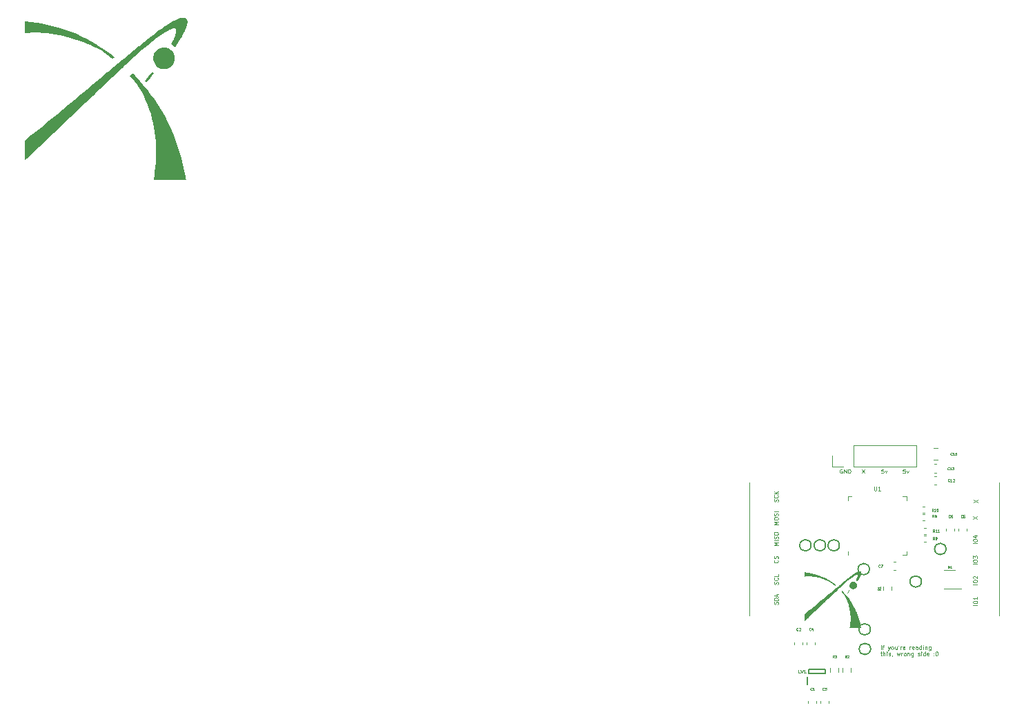
<source format=gbr>
%TF.GenerationSoftware,KiCad,Pcbnew,7.0.8*%
%TF.CreationDate,2024-07-27T19:07:12+04:00*%
%TF.ProjectId,neopixel_eliot_hat,6e656f70-6978-4656-9c5f-656c696f745f,rev?*%
%TF.SameCoordinates,Original*%
%TF.FileFunction,Legend,Top*%
%TF.FilePolarity,Positive*%
%FSLAX46Y46*%
G04 Gerber Fmt 4.6, Leading zero omitted, Abs format (unit mm)*
G04 Created by KiCad (PCBNEW 7.0.8) date 2024-07-27 19:07:12*
%MOMM*%
%LPD*%
G01*
G04 APERTURE LIST*
%ADD10C,0.100000*%
%ADD11C,0.080000*%
%ADD12C,0.075000*%
%ADD13C,0.125000*%
%ADD14C,0.120000*%
%ADD15C,0.160000*%
%ADD16C,0.200000*%
G04 APERTURE END LIST*
D10*
X107993431Y-55440609D02*
X107755336Y-55440609D01*
X107755336Y-55440609D02*
X107731527Y-55678704D01*
X107731527Y-55678704D02*
X107755336Y-55654895D01*
X107755336Y-55654895D02*
X107802955Y-55631085D01*
X107802955Y-55631085D02*
X107922003Y-55631085D01*
X107922003Y-55631085D02*
X107969622Y-55654895D01*
X107969622Y-55654895D02*
X107993431Y-55678704D01*
X107993431Y-55678704D02*
X108017241Y-55726323D01*
X108017241Y-55726323D02*
X108017241Y-55845371D01*
X108017241Y-55845371D02*
X107993431Y-55892990D01*
X107993431Y-55892990D02*
X107969622Y-55916800D01*
X107969622Y-55916800D02*
X107922003Y-55940609D01*
X107922003Y-55940609D02*
X107802955Y-55940609D01*
X107802955Y-55940609D02*
X107755336Y-55916800D01*
X107755336Y-55916800D02*
X107731527Y-55892990D01*
X108183907Y-55607276D02*
X108302955Y-55940609D01*
X108302955Y-55940609D02*
X108422002Y-55607276D01*
X100267241Y-55464419D02*
X100219622Y-55440609D01*
X100219622Y-55440609D02*
X100148193Y-55440609D01*
X100148193Y-55440609D02*
X100076765Y-55464419D01*
X100076765Y-55464419D02*
X100029146Y-55512038D01*
X100029146Y-55512038D02*
X100005336Y-55559657D01*
X100005336Y-55559657D02*
X99981527Y-55654895D01*
X99981527Y-55654895D02*
X99981527Y-55726323D01*
X99981527Y-55726323D02*
X100005336Y-55821561D01*
X100005336Y-55821561D02*
X100029146Y-55869180D01*
X100029146Y-55869180D02*
X100076765Y-55916800D01*
X100076765Y-55916800D02*
X100148193Y-55940609D01*
X100148193Y-55940609D02*
X100195812Y-55940609D01*
X100195812Y-55940609D02*
X100267241Y-55916800D01*
X100267241Y-55916800D02*
X100291050Y-55892990D01*
X100291050Y-55892990D02*
X100291050Y-55726323D01*
X100291050Y-55726323D02*
X100195812Y-55726323D01*
X100505336Y-55940609D02*
X100505336Y-55440609D01*
X100505336Y-55440609D02*
X100791050Y-55940609D01*
X100791050Y-55940609D02*
X100791050Y-55440609D01*
X101029146Y-55940609D02*
X101029146Y-55440609D01*
X101029146Y-55440609D02*
X101148194Y-55440609D01*
X101148194Y-55440609D02*
X101219622Y-55464419D01*
X101219622Y-55464419D02*
X101267241Y-55512038D01*
X101267241Y-55512038D02*
X101291051Y-55559657D01*
X101291051Y-55559657D02*
X101314860Y-55654895D01*
X101314860Y-55654895D02*
X101314860Y-55726323D01*
X101314860Y-55726323D02*
X101291051Y-55821561D01*
X101291051Y-55821561D02*
X101267241Y-55869180D01*
X101267241Y-55869180D02*
X101219622Y-55916800D01*
X101219622Y-55916800D02*
X101148194Y-55940609D01*
X101148194Y-55940609D02*
X101029146Y-55940609D01*
X116394109Y-59557282D02*
X116894109Y-59223949D01*
X116394109Y-59223949D02*
X116894109Y-59557282D01*
D11*
X105032178Y-77549149D02*
X105032178Y-77049149D01*
X105198845Y-77215816D02*
X105389321Y-77215816D01*
X105270273Y-77549149D02*
X105270273Y-77120578D01*
X105270273Y-77120578D02*
X105294083Y-77072959D01*
X105294083Y-77072959D02*
X105341702Y-77049149D01*
X105341702Y-77049149D02*
X105389321Y-77049149D01*
X105889320Y-77215816D02*
X106008368Y-77549149D01*
X106127415Y-77215816D02*
X106008368Y-77549149D01*
X106008368Y-77549149D02*
X105960749Y-77668197D01*
X105960749Y-77668197D02*
X105936939Y-77692006D01*
X105936939Y-77692006D02*
X105889320Y-77715816D01*
X106389320Y-77549149D02*
X106341701Y-77525340D01*
X106341701Y-77525340D02*
X106317891Y-77501530D01*
X106317891Y-77501530D02*
X106294082Y-77453911D01*
X106294082Y-77453911D02*
X106294082Y-77311054D01*
X106294082Y-77311054D02*
X106317891Y-77263435D01*
X106317891Y-77263435D02*
X106341701Y-77239625D01*
X106341701Y-77239625D02*
X106389320Y-77215816D01*
X106389320Y-77215816D02*
X106460748Y-77215816D01*
X106460748Y-77215816D02*
X106508367Y-77239625D01*
X106508367Y-77239625D02*
X106532177Y-77263435D01*
X106532177Y-77263435D02*
X106555986Y-77311054D01*
X106555986Y-77311054D02*
X106555986Y-77453911D01*
X106555986Y-77453911D02*
X106532177Y-77501530D01*
X106532177Y-77501530D02*
X106508367Y-77525340D01*
X106508367Y-77525340D02*
X106460748Y-77549149D01*
X106460748Y-77549149D02*
X106389320Y-77549149D01*
X106984558Y-77215816D02*
X106984558Y-77549149D01*
X106770272Y-77215816D02*
X106770272Y-77477720D01*
X106770272Y-77477720D02*
X106794082Y-77525340D01*
X106794082Y-77525340D02*
X106841701Y-77549149D01*
X106841701Y-77549149D02*
X106913129Y-77549149D01*
X106913129Y-77549149D02*
X106960748Y-77525340D01*
X106960748Y-77525340D02*
X106984558Y-77501530D01*
X107246463Y-77049149D02*
X107198844Y-77144387D01*
X107460748Y-77549149D02*
X107460748Y-77215816D01*
X107460748Y-77311054D02*
X107484558Y-77263435D01*
X107484558Y-77263435D02*
X107508367Y-77239625D01*
X107508367Y-77239625D02*
X107555986Y-77215816D01*
X107555986Y-77215816D02*
X107603605Y-77215816D01*
X107960748Y-77525340D02*
X107913129Y-77549149D01*
X107913129Y-77549149D02*
X107817891Y-77549149D01*
X107817891Y-77549149D02*
X107770272Y-77525340D01*
X107770272Y-77525340D02*
X107746463Y-77477720D01*
X107746463Y-77477720D02*
X107746463Y-77287244D01*
X107746463Y-77287244D02*
X107770272Y-77239625D01*
X107770272Y-77239625D02*
X107817891Y-77215816D01*
X107817891Y-77215816D02*
X107913129Y-77215816D01*
X107913129Y-77215816D02*
X107960748Y-77239625D01*
X107960748Y-77239625D02*
X107984558Y-77287244D01*
X107984558Y-77287244D02*
X107984558Y-77334863D01*
X107984558Y-77334863D02*
X107746463Y-77382482D01*
X108579795Y-77549149D02*
X108579795Y-77215816D01*
X108579795Y-77311054D02*
X108603605Y-77263435D01*
X108603605Y-77263435D02*
X108627414Y-77239625D01*
X108627414Y-77239625D02*
X108675033Y-77215816D01*
X108675033Y-77215816D02*
X108722652Y-77215816D01*
X109079795Y-77525340D02*
X109032176Y-77549149D01*
X109032176Y-77549149D02*
X108936938Y-77549149D01*
X108936938Y-77549149D02*
X108889319Y-77525340D01*
X108889319Y-77525340D02*
X108865510Y-77477720D01*
X108865510Y-77477720D02*
X108865510Y-77287244D01*
X108865510Y-77287244D02*
X108889319Y-77239625D01*
X108889319Y-77239625D02*
X108936938Y-77215816D01*
X108936938Y-77215816D02*
X109032176Y-77215816D01*
X109032176Y-77215816D02*
X109079795Y-77239625D01*
X109079795Y-77239625D02*
X109103605Y-77287244D01*
X109103605Y-77287244D02*
X109103605Y-77334863D01*
X109103605Y-77334863D02*
X108865510Y-77382482D01*
X109532176Y-77549149D02*
X109532176Y-77287244D01*
X109532176Y-77287244D02*
X109508366Y-77239625D01*
X109508366Y-77239625D02*
X109460747Y-77215816D01*
X109460747Y-77215816D02*
X109365509Y-77215816D01*
X109365509Y-77215816D02*
X109317890Y-77239625D01*
X109532176Y-77525340D02*
X109484557Y-77549149D01*
X109484557Y-77549149D02*
X109365509Y-77549149D01*
X109365509Y-77549149D02*
X109317890Y-77525340D01*
X109317890Y-77525340D02*
X109294081Y-77477720D01*
X109294081Y-77477720D02*
X109294081Y-77430101D01*
X109294081Y-77430101D02*
X109317890Y-77382482D01*
X109317890Y-77382482D02*
X109365509Y-77358673D01*
X109365509Y-77358673D02*
X109484557Y-77358673D01*
X109484557Y-77358673D02*
X109532176Y-77334863D01*
X109984557Y-77549149D02*
X109984557Y-77049149D01*
X109984557Y-77525340D02*
X109936938Y-77549149D01*
X109936938Y-77549149D02*
X109841700Y-77549149D01*
X109841700Y-77549149D02*
X109794081Y-77525340D01*
X109794081Y-77525340D02*
X109770271Y-77501530D01*
X109770271Y-77501530D02*
X109746462Y-77453911D01*
X109746462Y-77453911D02*
X109746462Y-77311054D01*
X109746462Y-77311054D02*
X109770271Y-77263435D01*
X109770271Y-77263435D02*
X109794081Y-77239625D01*
X109794081Y-77239625D02*
X109841700Y-77215816D01*
X109841700Y-77215816D02*
X109936938Y-77215816D01*
X109936938Y-77215816D02*
X109984557Y-77239625D01*
X110222652Y-77549149D02*
X110222652Y-77215816D01*
X110222652Y-77049149D02*
X110198843Y-77072959D01*
X110198843Y-77072959D02*
X110222652Y-77096768D01*
X110222652Y-77096768D02*
X110246462Y-77072959D01*
X110246462Y-77072959D02*
X110222652Y-77049149D01*
X110222652Y-77049149D02*
X110222652Y-77096768D01*
X110460747Y-77215816D02*
X110460747Y-77549149D01*
X110460747Y-77263435D02*
X110484557Y-77239625D01*
X110484557Y-77239625D02*
X110532176Y-77215816D01*
X110532176Y-77215816D02*
X110603604Y-77215816D01*
X110603604Y-77215816D02*
X110651223Y-77239625D01*
X110651223Y-77239625D02*
X110675033Y-77287244D01*
X110675033Y-77287244D02*
X110675033Y-77549149D01*
X111127414Y-77215816D02*
X111127414Y-77620578D01*
X111127414Y-77620578D02*
X111103604Y-77668197D01*
X111103604Y-77668197D02*
X111079795Y-77692006D01*
X111079795Y-77692006D02*
X111032176Y-77715816D01*
X111032176Y-77715816D02*
X110960747Y-77715816D01*
X110960747Y-77715816D02*
X110913128Y-77692006D01*
X111127414Y-77525340D02*
X111079795Y-77549149D01*
X111079795Y-77549149D02*
X110984557Y-77549149D01*
X110984557Y-77549149D02*
X110936938Y-77525340D01*
X110936938Y-77525340D02*
X110913128Y-77501530D01*
X110913128Y-77501530D02*
X110889319Y-77453911D01*
X110889319Y-77453911D02*
X110889319Y-77311054D01*
X110889319Y-77311054D02*
X110913128Y-77263435D01*
X110913128Y-77263435D02*
X110936938Y-77239625D01*
X110936938Y-77239625D02*
X110984557Y-77215816D01*
X110984557Y-77215816D02*
X111079795Y-77215816D01*
X111079795Y-77215816D02*
X111127414Y-77239625D01*
X104960750Y-78020816D02*
X105151226Y-78020816D01*
X105032178Y-77854149D02*
X105032178Y-78282720D01*
X105032178Y-78282720D02*
X105055988Y-78330340D01*
X105055988Y-78330340D02*
X105103607Y-78354149D01*
X105103607Y-78354149D02*
X105151226Y-78354149D01*
X105317892Y-78354149D02*
X105317892Y-77854149D01*
X105532178Y-78354149D02*
X105532178Y-78092244D01*
X105532178Y-78092244D02*
X105508368Y-78044625D01*
X105508368Y-78044625D02*
X105460749Y-78020816D01*
X105460749Y-78020816D02*
X105389321Y-78020816D01*
X105389321Y-78020816D02*
X105341702Y-78044625D01*
X105341702Y-78044625D02*
X105317892Y-78068435D01*
X105770273Y-78354149D02*
X105770273Y-78020816D01*
X105770273Y-77854149D02*
X105746464Y-77877959D01*
X105746464Y-77877959D02*
X105770273Y-77901768D01*
X105770273Y-77901768D02*
X105794083Y-77877959D01*
X105794083Y-77877959D02*
X105770273Y-77854149D01*
X105770273Y-77854149D02*
X105770273Y-77901768D01*
X105984559Y-78330340D02*
X106032178Y-78354149D01*
X106032178Y-78354149D02*
X106127416Y-78354149D01*
X106127416Y-78354149D02*
X106175035Y-78330340D01*
X106175035Y-78330340D02*
X106198844Y-78282720D01*
X106198844Y-78282720D02*
X106198844Y-78258911D01*
X106198844Y-78258911D02*
X106175035Y-78211292D01*
X106175035Y-78211292D02*
X106127416Y-78187482D01*
X106127416Y-78187482D02*
X106055987Y-78187482D01*
X106055987Y-78187482D02*
X106008368Y-78163673D01*
X106008368Y-78163673D02*
X105984559Y-78116054D01*
X105984559Y-78116054D02*
X105984559Y-78092244D01*
X105984559Y-78092244D02*
X106008368Y-78044625D01*
X106008368Y-78044625D02*
X106055987Y-78020816D01*
X106055987Y-78020816D02*
X106127416Y-78020816D01*
X106127416Y-78020816D02*
X106175035Y-78044625D01*
X106436940Y-78330340D02*
X106436940Y-78354149D01*
X106436940Y-78354149D02*
X106413130Y-78401768D01*
X106413130Y-78401768D02*
X106389321Y-78425578D01*
X106984558Y-78020816D02*
X107079796Y-78354149D01*
X107079796Y-78354149D02*
X107175034Y-78116054D01*
X107175034Y-78116054D02*
X107270272Y-78354149D01*
X107270272Y-78354149D02*
X107365510Y-78020816D01*
X107555987Y-78354149D02*
X107555987Y-78020816D01*
X107555987Y-78116054D02*
X107579797Y-78068435D01*
X107579797Y-78068435D02*
X107603606Y-78044625D01*
X107603606Y-78044625D02*
X107651225Y-78020816D01*
X107651225Y-78020816D02*
X107698844Y-78020816D01*
X107936940Y-78354149D02*
X107889321Y-78330340D01*
X107889321Y-78330340D02*
X107865511Y-78306530D01*
X107865511Y-78306530D02*
X107841702Y-78258911D01*
X107841702Y-78258911D02*
X107841702Y-78116054D01*
X107841702Y-78116054D02*
X107865511Y-78068435D01*
X107865511Y-78068435D02*
X107889321Y-78044625D01*
X107889321Y-78044625D02*
X107936940Y-78020816D01*
X107936940Y-78020816D02*
X108008368Y-78020816D01*
X108008368Y-78020816D02*
X108055987Y-78044625D01*
X108055987Y-78044625D02*
X108079797Y-78068435D01*
X108079797Y-78068435D02*
X108103606Y-78116054D01*
X108103606Y-78116054D02*
X108103606Y-78258911D01*
X108103606Y-78258911D02*
X108079797Y-78306530D01*
X108079797Y-78306530D02*
X108055987Y-78330340D01*
X108055987Y-78330340D02*
X108008368Y-78354149D01*
X108008368Y-78354149D02*
X107936940Y-78354149D01*
X108317892Y-78020816D02*
X108317892Y-78354149D01*
X108317892Y-78068435D02*
X108341702Y-78044625D01*
X108341702Y-78044625D02*
X108389321Y-78020816D01*
X108389321Y-78020816D02*
X108460749Y-78020816D01*
X108460749Y-78020816D02*
X108508368Y-78044625D01*
X108508368Y-78044625D02*
X108532178Y-78092244D01*
X108532178Y-78092244D02*
X108532178Y-78354149D01*
X108984559Y-78020816D02*
X108984559Y-78425578D01*
X108984559Y-78425578D02*
X108960749Y-78473197D01*
X108960749Y-78473197D02*
X108936940Y-78497006D01*
X108936940Y-78497006D02*
X108889321Y-78520816D01*
X108889321Y-78520816D02*
X108817892Y-78520816D01*
X108817892Y-78520816D02*
X108770273Y-78497006D01*
X108984559Y-78330340D02*
X108936940Y-78354149D01*
X108936940Y-78354149D02*
X108841702Y-78354149D01*
X108841702Y-78354149D02*
X108794083Y-78330340D01*
X108794083Y-78330340D02*
X108770273Y-78306530D01*
X108770273Y-78306530D02*
X108746464Y-78258911D01*
X108746464Y-78258911D02*
X108746464Y-78116054D01*
X108746464Y-78116054D02*
X108770273Y-78068435D01*
X108770273Y-78068435D02*
X108794083Y-78044625D01*
X108794083Y-78044625D02*
X108841702Y-78020816D01*
X108841702Y-78020816D02*
X108936940Y-78020816D01*
X108936940Y-78020816D02*
X108984559Y-78044625D01*
X109579797Y-78330340D02*
X109627416Y-78354149D01*
X109627416Y-78354149D02*
X109722654Y-78354149D01*
X109722654Y-78354149D02*
X109770273Y-78330340D01*
X109770273Y-78330340D02*
X109794082Y-78282720D01*
X109794082Y-78282720D02*
X109794082Y-78258911D01*
X109794082Y-78258911D02*
X109770273Y-78211292D01*
X109770273Y-78211292D02*
X109722654Y-78187482D01*
X109722654Y-78187482D02*
X109651225Y-78187482D01*
X109651225Y-78187482D02*
X109603606Y-78163673D01*
X109603606Y-78163673D02*
X109579797Y-78116054D01*
X109579797Y-78116054D02*
X109579797Y-78092244D01*
X109579797Y-78092244D02*
X109603606Y-78044625D01*
X109603606Y-78044625D02*
X109651225Y-78020816D01*
X109651225Y-78020816D02*
X109722654Y-78020816D01*
X109722654Y-78020816D02*
X109770273Y-78044625D01*
X110008368Y-78354149D02*
X110008368Y-78020816D01*
X110008368Y-77854149D02*
X109984559Y-77877959D01*
X109984559Y-77877959D02*
X110008368Y-77901768D01*
X110008368Y-77901768D02*
X110032178Y-77877959D01*
X110032178Y-77877959D02*
X110008368Y-77854149D01*
X110008368Y-77854149D02*
X110008368Y-77901768D01*
X110460749Y-78354149D02*
X110460749Y-77854149D01*
X110460749Y-78330340D02*
X110413130Y-78354149D01*
X110413130Y-78354149D02*
X110317892Y-78354149D01*
X110317892Y-78354149D02*
X110270273Y-78330340D01*
X110270273Y-78330340D02*
X110246463Y-78306530D01*
X110246463Y-78306530D02*
X110222654Y-78258911D01*
X110222654Y-78258911D02*
X110222654Y-78116054D01*
X110222654Y-78116054D02*
X110246463Y-78068435D01*
X110246463Y-78068435D02*
X110270273Y-78044625D01*
X110270273Y-78044625D02*
X110317892Y-78020816D01*
X110317892Y-78020816D02*
X110413130Y-78020816D01*
X110413130Y-78020816D02*
X110460749Y-78044625D01*
X110889320Y-78330340D02*
X110841701Y-78354149D01*
X110841701Y-78354149D02*
X110746463Y-78354149D01*
X110746463Y-78354149D02*
X110698844Y-78330340D01*
X110698844Y-78330340D02*
X110675035Y-78282720D01*
X110675035Y-78282720D02*
X110675035Y-78092244D01*
X110675035Y-78092244D02*
X110698844Y-78044625D01*
X110698844Y-78044625D02*
X110746463Y-78020816D01*
X110746463Y-78020816D02*
X110841701Y-78020816D01*
X110841701Y-78020816D02*
X110889320Y-78044625D01*
X110889320Y-78044625D02*
X110913130Y-78092244D01*
X110913130Y-78092244D02*
X110913130Y-78139863D01*
X110913130Y-78139863D02*
X110675035Y-78187482D01*
X111508367Y-78306530D02*
X111532177Y-78330340D01*
X111532177Y-78330340D02*
X111508367Y-78354149D01*
X111508367Y-78354149D02*
X111484558Y-78330340D01*
X111484558Y-78330340D02*
X111508367Y-78306530D01*
X111508367Y-78306530D02*
X111508367Y-78354149D01*
X111508367Y-78044625D02*
X111532177Y-78068435D01*
X111532177Y-78068435D02*
X111508367Y-78092244D01*
X111508367Y-78092244D02*
X111484558Y-78068435D01*
X111484558Y-78068435D02*
X111508367Y-78044625D01*
X111508367Y-78044625D02*
X111508367Y-78092244D01*
X111841700Y-77854149D02*
X111889319Y-77854149D01*
X111889319Y-77854149D02*
X111936938Y-77877959D01*
X111936938Y-77877959D02*
X111960748Y-77901768D01*
X111960748Y-77901768D02*
X111984557Y-77949387D01*
X111984557Y-77949387D02*
X112008367Y-78044625D01*
X112008367Y-78044625D02*
X112008367Y-78163673D01*
X112008367Y-78163673D02*
X111984557Y-78258911D01*
X111984557Y-78258911D02*
X111960748Y-78306530D01*
X111960748Y-78306530D02*
X111936938Y-78330340D01*
X111936938Y-78330340D02*
X111889319Y-78354149D01*
X111889319Y-78354149D02*
X111841700Y-78354149D01*
X111841700Y-78354149D02*
X111794081Y-78330340D01*
X111794081Y-78330340D02*
X111770272Y-78306530D01*
X111770272Y-78306530D02*
X111746462Y-78258911D01*
X111746462Y-78258911D02*
X111722653Y-78163673D01*
X111722653Y-78163673D02*
X111722653Y-78044625D01*
X111722653Y-78044625D02*
X111746462Y-77949387D01*
X111746462Y-77949387D02*
X111770272Y-77901768D01*
X111770272Y-77901768D02*
X111794081Y-77877959D01*
X111794081Y-77877959D02*
X111841700Y-77854149D01*
D10*
X105353431Y-55440609D02*
X105115336Y-55440609D01*
X105115336Y-55440609D02*
X105091527Y-55678704D01*
X105091527Y-55678704D02*
X105115336Y-55654895D01*
X105115336Y-55654895D02*
X105162955Y-55631085D01*
X105162955Y-55631085D02*
X105282003Y-55631085D01*
X105282003Y-55631085D02*
X105329622Y-55654895D01*
X105329622Y-55654895D02*
X105353431Y-55678704D01*
X105353431Y-55678704D02*
X105377241Y-55726323D01*
X105377241Y-55726323D02*
X105377241Y-55845371D01*
X105377241Y-55845371D02*
X105353431Y-55892990D01*
X105353431Y-55892990D02*
X105329622Y-55916800D01*
X105329622Y-55916800D02*
X105282003Y-55940609D01*
X105282003Y-55940609D02*
X105162955Y-55940609D01*
X105162955Y-55940609D02*
X105115336Y-55916800D01*
X105115336Y-55916800D02*
X105091527Y-55892990D01*
X105543907Y-55607276D02*
X105662955Y-55940609D01*
X105662955Y-55940609D02*
X105782002Y-55607276D01*
X102727717Y-55440609D02*
X103061050Y-55940609D01*
X103061050Y-55440609D02*
X102727717Y-55940609D01*
D12*
X113757143Y-53681314D02*
X113742857Y-53695600D01*
X113742857Y-53695600D02*
X113700000Y-53709885D01*
X113700000Y-53709885D02*
X113671428Y-53709885D01*
X113671428Y-53709885D02*
X113628571Y-53695600D01*
X113628571Y-53695600D02*
X113600000Y-53667028D01*
X113600000Y-53667028D02*
X113585714Y-53638457D01*
X113585714Y-53638457D02*
X113571428Y-53581314D01*
X113571428Y-53581314D02*
X113571428Y-53538457D01*
X113571428Y-53538457D02*
X113585714Y-53481314D01*
X113585714Y-53481314D02*
X113600000Y-53452742D01*
X113600000Y-53452742D02*
X113628571Y-53424171D01*
X113628571Y-53424171D02*
X113671428Y-53409885D01*
X113671428Y-53409885D02*
X113700000Y-53409885D01*
X113700000Y-53409885D02*
X113742857Y-53424171D01*
X113742857Y-53424171D02*
X113757143Y-53438457D01*
X114042857Y-53709885D02*
X113871428Y-53709885D01*
X113957143Y-53709885D02*
X113957143Y-53409885D01*
X113957143Y-53409885D02*
X113928571Y-53452742D01*
X113928571Y-53452742D02*
X113900000Y-53481314D01*
X113900000Y-53481314D02*
X113871428Y-53495600D01*
X114314285Y-53409885D02*
X114171428Y-53409885D01*
X114171428Y-53409885D02*
X114157142Y-53552742D01*
X114157142Y-53552742D02*
X114171428Y-53538457D01*
X114171428Y-53538457D02*
X114200000Y-53524171D01*
X114200000Y-53524171D02*
X114271428Y-53524171D01*
X114271428Y-53524171D02*
X114300000Y-53538457D01*
X114300000Y-53538457D02*
X114314285Y-53552742D01*
X114314285Y-53552742D02*
X114328571Y-53581314D01*
X114328571Y-53581314D02*
X114328571Y-53652742D01*
X114328571Y-53652742D02*
X114314285Y-53681314D01*
X114314285Y-53681314D02*
X114300000Y-53695600D01*
X114300000Y-53695600D02*
X114271428Y-53709885D01*
X114271428Y-53709885D02*
X114200000Y-53709885D01*
X114200000Y-53709885D02*
X114171428Y-53695600D01*
X114171428Y-53695600D02*
X114157142Y-53681314D01*
X99300000Y-78609885D02*
X99200000Y-78467028D01*
X99128571Y-78609885D02*
X99128571Y-78309885D01*
X99128571Y-78309885D02*
X99242857Y-78309885D01*
X99242857Y-78309885D02*
X99271428Y-78324171D01*
X99271428Y-78324171D02*
X99285714Y-78338457D01*
X99285714Y-78338457D02*
X99300000Y-78367028D01*
X99300000Y-78367028D02*
X99300000Y-78409885D01*
X99300000Y-78409885D02*
X99285714Y-78438457D01*
X99285714Y-78438457D02*
X99271428Y-78452742D01*
X99271428Y-78452742D02*
X99242857Y-78467028D01*
X99242857Y-78467028D02*
X99128571Y-78467028D01*
X99400000Y-78309885D02*
X99585714Y-78309885D01*
X99585714Y-78309885D02*
X99485714Y-78424171D01*
X99485714Y-78424171D02*
X99528571Y-78424171D01*
X99528571Y-78424171D02*
X99557143Y-78438457D01*
X99557143Y-78438457D02*
X99571428Y-78452742D01*
X99571428Y-78452742D02*
X99585714Y-78481314D01*
X99585714Y-78481314D02*
X99585714Y-78552742D01*
X99585714Y-78552742D02*
X99571428Y-78581314D01*
X99571428Y-78581314D02*
X99557143Y-78595600D01*
X99557143Y-78595600D02*
X99528571Y-78609885D01*
X99528571Y-78609885D02*
X99442857Y-78609885D01*
X99442857Y-78609885D02*
X99414285Y-78595600D01*
X99414285Y-78595600D02*
X99400000Y-78581314D01*
X100800000Y-78609885D02*
X100700000Y-78467028D01*
X100628571Y-78609885D02*
X100628571Y-78309885D01*
X100628571Y-78309885D02*
X100742857Y-78309885D01*
X100742857Y-78309885D02*
X100771428Y-78324171D01*
X100771428Y-78324171D02*
X100785714Y-78338457D01*
X100785714Y-78338457D02*
X100800000Y-78367028D01*
X100800000Y-78367028D02*
X100800000Y-78409885D01*
X100800000Y-78409885D02*
X100785714Y-78438457D01*
X100785714Y-78438457D02*
X100771428Y-78452742D01*
X100771428Y-78452742D02*
X100742857Y-78467028D01*
X100742857Y-78467028D02*
X100628571Y-78467028D01*
X100914285Y-78338457D02*
X100928571Y-78324171D01*
X100928571Y-78324171D02*
X100957143Y-78309885D01*
X100957143Y-78309885D02*
X101028571Y-78309885D01*
X101028571Y-78309885D02*
X101057143Y-78324171D01*
X101057143Y-78324171D02*
X101071428Y-78338457D01*
X101071428Y-78338457D02*
X101085714Y-78367028D01*
X101085714Y-78367028D02*
X101085714Y-78395600D01*
X101085714Y-78395600D02*
X101071428Y-78438457D01*
X101071428Y-78438457D02*
X100900000Y-78609885D01*
X100900000Y-78609885D02*
X101085714Y-78609885D01*
X104925000Y-67456314D02*
X104910714Y-67470600D01*
X104910714Y-67470600D02*
X104867857Y-67484885D01*
X104867857Y-67484885D02*
X104839285Y-67484885D01*
X104839285Y-67484885D02*
X104796428Y-67470600D01*
X104796428Y-67470600D02*
X104767857Y-67442028D01*
X104767857Y-67442028D02*
X104753571Y-67413457D01*
X104753571Y-67413457D02*
X104739285Y-67356314D01*
X104739285Y-67356314D02*
X104739285Y-67313457D01*
X104739285Y-67313457D02*
X104753571Y-67256314D01*
X104753571Y-67256314D02*
X104767857Y-67227742D01*
X104767857Y-67227742D02*
X104796428Y-67199171D01*
X104796428Y-67199171D02*
X104839285Y-67184885D01*
X104839285Y-67184885D02*
X104867857Y-67184885D01*
X104867857Y-67184885D02*
X104910714Y-67199171D01*
X104910714Y-67199171D02*
X104925000Y-67213457D01*
X105025000Y-67184885D02*
X105225000Y-67184885D01*
X105225000Y-67184885D02*
X105096428Y-67484885D01*
X113525000Y-61356314D02*
X113510714Y-61370600D01*
X113510714Y-61370600D02*
X113467857Y-61384885D01*
X113467857Y-61384885D02*
X113439285Y-61384885D01*
X113439285Y-61384885D02*
X113396428Y-61370600D01*
X113396428Y-61370600D02*
X113367857Y-61342028D01*
X113367857Y-61342028D02*
X113353571Y-61313457D01*
X113353571Y-61313457D02*
X113339285Y-61256314D01*
X113339285Y-61256314D02*
X113339285Y-61213457D01*
X113339285Y-61213457D02*
X113353571Y-61156314D01*
X113353571Y-61156314D02*
X113367857Y-61127742D01*
X113367857Y-61127742D02*
X113396428Y-61099171D01*
X113396428Y-61099171D02*
X113439285Y-61084885D01*
X113439285Y-61084885D02*
X113467857Y-61084885D01*
X113467857Y-61084885D02*
X113510714Y-61099171D01*
X113510714Y-61099171D02*
X113525000Y-61113457D01*
X113782143Y-61084885D02*
X113725000Y-61084885D01*
X113725000Y-61084885D02*
X113696428Y-61099171D01*
X113696428Y-61099171D02*
X113682143Y-61113457D01*
X113682143Y-61113457D02*
X113653571Y-61156314D01*
X113653571Y-61156314D02*
X113639285Y-61213457D01*
X113639285Y-61213457D02*
X113639285Y-61327742D01*
X113639285Y-61327742D02*
X113653571Y-61356314D01*
X113653571Y-61356314D02*
X113667857Y-61370600D01*
X113667857Y-61370600D02*
X113696428Y-61384885D01*
X113696428Y-61384885D02*
X113753571Y-61384885D01*
X113753571Y-61384885D02*
X113782143Y-61370600D01*
X113782143Y-61370600D02*
X113796428Y-61356314D01*
X113796428Y-61356314D02*
X113810714Y-61327742D01*
X113810714Y-61327742D02*
X113810714Y-61256314D01*
X113810714Y-61256314D02*
X113796428Y-61227742D01*
X113796428Y-61227742D02*
X113782143Y-61213457D01*
X113782143Y-61213457D02*
X113753571Y-61199171D01*
X113753571Y-61199171D02*
X113696428Y-61199171D01*
X113696428Y-61199171D02*
X113667857Y-61213457D01*
X113667857Y-61213457D02*
X113653571Y-61227742D01*
X113653571Y-61227742D02*
X113639285Y-61256314D01*
X115050000Y-61356314D02*
X115035714Y-61370600D01*
X115035714Y-61370600D02*
X114992857Y-61384885D01*
X114992857Y-61384885D02*
X114964285Y-61384885D01*
X114964285Y-61384885D02*
X114921428Y-61370600D01*
X114921428Y-61370600D02*
X114892857Y-61342028D01*
X114892857Y-61342028D02*
X114878571Y-61313457D01*
X114878571Y-61313457D02*
X114864285Y-61256314D01*
X114864285Y-61256314D02*
X114864285Y-61213457D01*
X114864285Y-61213457D02*
X114878571Y-61156314D01*
X114878571Y-61156314D02*
X114892857Y-61127742D01*
X114892857Y-61127742D02*
X114921428Y-61099171D01*
X114921428Y-61099171D02*
X114964285Y-61084885D01*
X114964285Y-61084885D02*
X114992857Y-61084885D01*
X114992857Y-61084885D02*
X115035714Y-61099171D01*
X115035714Y-61099171D02*
X115050000Y-61113457D01*
X115321428Y-61084885D02*
X115178571Y-61084885D01*
X115178571Y-61084885D02*
X115164285Y-61227742D01*
X115164285Y-61227742D02*
X115178571Y-61213457D01*
X115178571Y-61213457D02*
X115207143Y-61199171D01*
X115207143Y-61199171D02*
X115278571Y-61199171D01*
X115278571Y-61199171D02*
X115307143Y-61213457D01*
X115307143Y-61213457D02*
X115321428Y-61227742D01*
X115321428Y-61227742D02*
X115335714Y-61256314D01*
X115335714Y-61256314D02*
X115335714Y-61327742D01*
X115335714Y-61327742D02*
X115321428Y-61356314D01*
X115321428Y-61356314D02*
X115307143Y-61370600D01*
X115307143Y-61370600D02*
X115278571Y-61384885D01*
X115278571Y-61384885D02*
X115207143Y-61384885D01*
X115207143Y-61384885D02*
X115178571Y-61370600D01*
X115178571Y-61370600D02*
X115164285Y-61356314D01*
X113239071Y-67604385D02*
X113239071Y-67304385D01*
X113239071Y-67304385D02*
X113310500Y-67304385D01*
X113310500Y-67304385D02*
X113353357Y-67318671D01*
X113353357Y-67318671D02*
X113381928Y-67347242D01*
X113381928Y-67347242D02*
X113396214Y-67375814D01*
X113396214Y-67375814D02*
X113410500Y-67432957D01*
X113410500Y-67432957D02*
X113410500Y-67475814D01*
X113410500Y-67475814D02*
X113396214Y-67532957D01*
X113396214Y-67532957D02*
X113381928Y-67561528D01*
X113381928Y-67561528D02*
X113353357Y-67590100D01*
X113353357Y-67590100D02*
X113310500Y-67604385D01*
X113310500Y-67604385D02*
X113239071Y-67604385D01*
X113696214Y-67604385D02*
X113524785Y-67604385D01*
X113610500Y-67604385D02*
X113610500Y-67304385D01*
X113610500Y-67304385D02*
X113581928Y-67347242D01*
X113581928Y-67347242D02*
X113553357Y-67375814D01*
X113553357Y-67375814D02*
X113524785Y-67390100D01*
X113457143Y-56931314D02*
X113442857Y-56945600D01*
X113442857Y-56945600D02*
X113400000Y-56959885D01*
X113400000Y-56959885D02*
X113371428Y-56959885D01*
X113371428Y-56959885D02*
X113328571Y-56945600D01*
X113328571Y-56945600D02*
X113300000Y-56917028D01*
X113300000Y-56917028D02*
X113285714Y-56888457D01*
X113285714Y-56888457D02*
X113271428Y-56831314D01*
X113271428Y-56831314D02*
X113271428Y-56788457D01*
X113271428Y-56788457D02*
X113285714Y-56731314D01*
X113285714Y-56731314D02*
X113300000Y-56702742D01*
X113300000Y-56702742D02*
X113328571Y-56674171D01*
X113328571Y-56674171D02*
X113371428Y-56659885D01*
X113371428Y-56659885D02*
X113400000Y-56659885D01*
X113400000Y-56659885D02*
X113442857Y-56674171D01*
X113442857Y-56674171D02*
X113457143Y-56688457D01*
X113742857Y-56959885D02*
X113571428Y-56959885D01*
X113657143Y-56959885D02*
X113657143Y-56659885D01*
X113657143Y-56659885D02*
X113628571Y-56702742D01*
X113628571Y-56702742D02*
X113600000Y-56731314D01*
X113600000Y-56731314D02*
X113571428Y-56745600D01*
X113857142Y-56688457D02*
X113871428Y-56674171D01*
X113871428Y-56674171D02*
X113900000Y-56659885D01*
X113900000Y-56659885D02*
X113971428Y-56659885D01*
X113971428Y-56659885D02*
X114000000Y-56674171D01*
X114000000Y-56674171D02*
X114014285Y-56688457D01*
X114014285Y-56688457D02*
X114028571Y-56717028D01*
X114028571Y-56717028D02*
X114028571Y-56745600D01*
X114028571Y-56745600D02*
X114014285Y-56788457D01*
X114014285Y-56788457D02*
X113842857Y-56959885D01*
X113842857Y-56959885D02*
X114028571Y-56959885D01*
X96560500Y-82550814D02*
X96546214Y-82565100D01*
X96546214Y-82565100D02*
X96503357Y-82579385D01*
X96503357Y-82579385D02*
X96474785Y-82579385D01*
X96474785Y-82579385D02*
X96431928Y-82565100D01*
X96431928Y-82565100D02*
X96403357Y-82536528D01*
X96403357Y-82536528D02*
X96389071Y-82507957D01*
X96389071Y-82507957D02*
X96374785Y-82450814D01*
X96374785Y-82450814D02*
X96374785Y-82407957D01*
X96374785Y-82407957D02*
X96389071Y-82350814D01*
X96389071Y-82350814D02*
X96403357Y-82322242D01*
X96403357Y-82322242D02*
X96431928Y-82293671D01*
X96431928Y-82293671D02*
X96474785Y-82279385D01*
X96474785Y-82279385D02*
X96503357Y-82279385D01*
X96503357Y-82279385D02*
X96546214Y-82293671D01*
X96546214Y-82293671D02*
X96560500Y-82307957D01*
X96846214Y-82579385D02*
X96674785Y-82579385D01*
X96760500Y-82579385D02*
X96760500Y-82279385D01*
X96760500Y-82279385D02*
X96731928Y-82322242D01*
X96731928Y-82322242D02*
X96703357Y-82350814D01*
X96703357Y-82350814D02*
X96674785Y-82365100D01*
X111515000Y-61359885D02*
X111415000Y-61217028D01*
X111343571Y-61359885D02*
X111343571Y-61059885D01*
X111343571Y-61059885D02*
X111457857Y-61059885D01*
X111457857Y-61059885D02*
X111486428Y-61074171D01*
X111486428Y-61074171D02*
X111500714Y-61088457D01*
X111500714Y-61088457D02*
X111515000Y-61117028D01*
X111515000Y-61117028D02*
X111515000Y-61159885D01*
X111515000Y-61159885D02*
X111500714Y-61188457D01*
X111500714Y-61188457D02*
X111486428Y-61202742D01*
X111486428Y-61202742D02*
X111457857Y-61217028D01*
X111457857Y-61217028D02*
X111343571Y-61217028D01*
X111686428Y-61188457D02*
X111657857Y-61174171D01*
X111657857Y-61174171D02*
X111643571Y-61159885D01*
X111643571Y-61159885D02*
X111629285Y-61131314D01*
X111629285Y-61131314D02*
X111629285Y-61117028D01*
X111629285Y-61117028D02*
X111643571Y-61088457D01*
X111643571Y-61088457D02*
X111657857Y-61074171D01*
X111657857Y-61074171D02*
X111686428Y-61059885D01*
X111686428Y-61059885D02*
X111743571Y-61059885D01*
X111743571Y-61059885D02*
X111772143Y-61074171D01*
X111772143Y-61074171D02*
X111786428Y-61088457D01*
X111786428Y-61088457D02*
X111800714Y-61117028D01*
X111800714Y-61117028D02*
X111800714Y-61131314D01*
X111800714Y-61131314D02*
X111786428Y-61159885D01*
X111786428Y-61159885D02*
X111772143Y-61174171D01*
X111772143Y-61174171D02*
X111743571Y-61188457D01*
X111743571Y-61188457D02*
X111686428Y-61188457D01*
X111686428Y-61188457D02*
X111657857Y-61202742D01*
X111657857Y-61202742D02*
X111643571Y-61217028D01*
X111643571Y-61217028D02*
X111629285Y-61245600D01*
X111629285Y-61245600D02*
X111629285Y-61302742D01*
X111629285Y-61302742D02*
X111643571Y-61331314D01*
X111643571Y-61331314D02*
X111657857Y-61345600D01*
X111657857Y-61345600D02*
X111686428Y-61359885D01*
X111686428Y-61359885D02*
X111743571Y-61359885D01*
X111743571Y-61359885D02*
X111772143Y-61345600D01*
X111772143Y-61345600D02*
X111786428Y-61331314D01*
X111786428Y-61331314D02*
X111800714Y-61302742D01*
X111800714Y-61302742D02*
X111800714Y-61245600D01*
X111800714Y-61245600D02*
X111786428Y-61217028D01*
X111786428Y-61217028D02*
X111772143Y-61202742D01*
X111772143Y-61202742D02*
X111743571Y-61188457D01*
X96410500Y-75225814D02*
X96396214Y-75240100D01*
X96396214Y-75240100D02*
X96353357Y-75254385D01*
X96353357Y-75254385D02*
X96324785Y-75254385D01*
X96324785Y-75254385D02*
X96281928Y-75240100D01*
X96281928Y-75240100D02*
X96253357Y-75211528D01*
X96253357Y-75211528D02*
X96239071Y-75182957D01*
X96239071Y-75182957D02*
X96224785Y-75125814D01*
X96224785Y-75125814D02*
X96224785Y-75082957D01*
X96224785Y-75082957D02*
X96239071Y-75025814D01*
X96239071Y-75025814D02*
X96253357Y-74997242D01*
X96253357Y-74997242D02*
X96281928Y-74968671D01*
X96281928Y-74968671D02*
X96324785Y-74954385D01*
X96324785Y-74954385D02*
X96353357Y-74954385D01*
X96353357Y-74954385D02*
X96396214Y-74968671D01*
X96396214Y-74968671D02*
X96410500Y-74982957D01*
X96667643Y-75054385D02*
X96667643Y-75254385D01*
X96596214Y-74940100D02*
X96524785Y-75154385D01*
X96524785Y-75154385D02*
X96710500Y-75154385D01*
X111610500Y-64104385D02*
X111510500Y-63961528D01*
X111439071Y-64104385D02*
X111439071Y-63804385D01*
X111439071Y-63804385D02*
X111553357Y-63804385D01*
X111553357Y-63804385D02*
X111581928Y-63818671D01*
X111581928Y-63818671D02*
X111596214Y-63832957D01*
X111596214Y-63832957D02*
X111610500Y-63861528D01*
X111610500Y-63861528D02*
X111610500Y-63904385D01*
X111610500Y-63904385D02*
X111596214Y-63932957D01*
X111596214Y-63932957D02*
X111581928Y-63947242D01*
X111581928Y-63947242D02*
X111553357Y-63961528D01*
X111553357Y-63961528D02*
X111439071Y-63961528D01*
X111753357Y-64104385D02*
X111810500Y-64104385D01*
X111810500Y-64104385D02*
X111839071Y-64090100D01*
X111839071Y-64090100D02*
X111853357Y-64075814D01*
X111853357Y-64075814D02*
X111881928Y-64032957D01*
X111881928Y-64032957D02*
X111896214Y-63975814D01*
X111896214Y-63975814D02*
X111896214Y-63861528D01*
X111896214Y-63861528D02*
X111881928Y-63832957D01*
X111881928Y-63832957D02*
X111867643Y-63818671D01*
X111867643Y-63818671D02*
X111839071Y-63804385D01*
X111839071Y-63804385D02*
X111781928Y-63804385D01*
X111781928Y-63804385D02*
X111753357Y-63818671D01*
X111753357Y-63818671D02*
X111739071Y-63832957D01*
X111739071Y-63832957D02*
X111724785Y-63861528D01*
X111724785Y-63861528D02*
X111724785Y-63932957D01*
X111724785Y-63932957D02*
X111739071Y-63961528D01*
X111739071Y-63961528D02*
X111753357Y-63975814D01*
X111753357Y-63975814D02*
X111781928Y-63990100D01*
X111781928Y-63990100D02*
X111839071Y-63990100D01*
X111839071Y-63990100D02*
X111867643Y-63975814D01*
X111867643Y-63975814D02*
X111881928Y-63961528D01*
X111881928Y-63961528D02*
X111896214Y-63932957D01*
X94860500Y-75225814D02*
X94846214Y-75240100D01*
X94846214Y-75240100D02*
X94803357Y-75254385D01*
X94803357Y-75254385D02*
X94774785Y-75254385D01*
X94774785Y-75254385D02*
X94731928Y-75240100D01*
X94731928Y-75240100D02*
X94703357Y-75211528D01*
X94703357Y-75211528D02*
X94689071Y-75182957D01*
X94689071Y-75182957D02*
X94674785Y-75125814D01*
X94674785Y-75125814D02*
X94674785Y-75082957D01*
X94674785Y-75082957D02*
X94689071Y-75025814D01*
X94689071Y-75025814D02*
X94703357Y-74997242D01*
X94703357Y-74997242D02*
X94731928Y-74968671D01*
X94731928Y-74968671D02*
X94774785Y-74954385D01*
X94774785Y-74954385D02*
X94803357Y-74954385D01*
X94803357Y-74954385D02*
X94846214Y-74968671D01*
X94846214Y-74968671D02*
X94860500Y-74982957D01*
X94974785Y-74982957D02*
X94989071Y-74968671D01*
X94989071Y-74968671D02*
X95017643Y-74954385D01*
X95017643Y-74954385D02*
X95089071Y-74954385D01*
X95089071Y-74954385D02*
X95117643Y-74968671D01*
X95117643Y-74968671D02*
X95131928Y-74982957D01*
X95131928Y-74982957D02*
X95146214Y-75011528D01*
X95146214Y-75011528D02*
X95146214Y-75040100D01*
X95146214Y-75040100D02*
X95131928Y-75082957D01*
X95131928Y-75082957D02*
X94960500Y-75254385D01*
X94960500Y-75254385D02*
X95146214Y-75254385D01*
X95122405Y-80475647D02*
X94931929Y-80475647D01*
X94931929Y-80475647D02*
X94931929Y-80075647D01*
X95198596Y-80075647D02*
X95331929Y-80475647D01*
X95331929Y-80475647D02*
X95465262Y-80075647D01*
X95808119Y-80475647D02*
X95579548Y-80475647D01*
X95693834Y-80475647D02*
X95693834Y-80075647D01*
X95693834Y-80075647D02*
X95655738Y-80132790D01*
X95655738Y-80132790D02*
X95617643Y-80170885D01*
X95617643Y-80170885D02*
X95579548Y-80189933D01*
X98060500Y-82550814D02*
X98046214Y-82565100D01*
X98046214Y-82565100D02*
X98003357Y-82579385D01*
X98003357Y-82579385D02*
X97974785Y-82579385D01*
X97974785Y-82579385D02*
X97931928Y-82565100D01*
X97931928Y-82565100D02*
X97903357Y-82536528D01*
X97903357Y-82536528D02*
X97889071Y-82507957D01*
X97889071Y-82507957D02*
X97874785Y-82450814D01*
X97874785Y-82450814D02*
X97874785Y-82407957D01*
X97874785Y-82407957D02*
X97889071Y-82350814D01*
X97889071Y-82350814D02*
X97903357Y-82322242D01*
X97903357Y-82322242D02*
X97931928Y-82293671D01*
X97931928Y-82293671D02*
X97974785Y-82279385D01*
X97974785Y-82279385D02*
X98003357Y-82279385D01*
X98003357Y-82279385D02*
X98046214Y-82293671D01*
X98046214Y-82293671D02*
X98060500Y-82307957D01*
X98160500Y-82279385D02*
X98346214Y-82279385D01*
X98346214Y-82279385D02*
X98246214Y-82393671D01*
X98246214Y-82393671D02*
X98289071Y-82393671D01*
X98289071Y-82393671D02*
X98317643Y-82407957D01*
X98317643Y-82407957D02*
X98331928Y-82422242D01*
X98331928Y-82422242D02*
X98346214Y-82450814D01*
X98346214Y-82450814D02*
X98346214Y-82522242D01*
X98346214Y-82522242D02*
X98331928Y-82550814D01*
X98331928Y-82550814D02*
X98317643Y-82565100D01*
X98317643Y-82565100D02*
X98289071Y-82579385D01*
X98289071Y-82579385D02*
X98203357Y-82579385D01*
X98203357Y-82579385D02*
X98174785Y-82565100D01*
X98174785Y-82565100D02*
X98160500Y-82550814D01*
D10*
X116366609Y-61555050D02*
X116866609Y-61221717D01*
X116366609Y-61221717D02*
X116866609Y-61555050D01*
X92387800Y-69583472D02*
X92411609Y-69512044D01*
X92411609Y-69512044D02*
X92411609Y-69392996D01*
X92411609Y-69392996D02*
X92387800Y-69345377D01*
X92387800Y-69345377D02*
X92363990Y-69321568D01*
X92363990Y-69321568D02*
X92316371Y-69297758D01*
X92316371Y-69297758D02*
X92268752Y-69297758D01*
X92268752Y-69297758D02*
X92221133Y-69321568D01*
X92221133Y-69321568D02*
X92197323Y-69345377D01*
X92197323Y-69345377D02*
X92173514Y-69392996D01*
X92173514Y-69392996D02*
X92149704Y-69488234D01*
X92149704Y-69488234D02*
X92125895Y-69535853D01*
X92125895Y-69535853D02*
X92102085Y-69559663D01*
X92102085Y-69559663D02*
X92054466Y-69583472D01*
X92054466Y-69583472D02*
X92006847Y-69583472D01*
X92006847Y-69583472D02*
X91959228Y-69559663D01*
X91959228Y-69559663D02*
X91935419Y-69535853D01*
X91935419Y-69535853D02*
X91911609Y-69488234D01*
X91911609Y-69488234D02*
X91911609Y-69369187D01*
X91911609Y-69369187D02*
X91935419Y-69297758D01*
X92363990Y-68797759D02*
X92387800Y-68821568D01*
X92387800Y-68821568D02*
X92411609Y-68892997D01*
X92411609Y-68892997D02*
X92411609Y-68940616D01*
X92411609Y-68940616D02*
X92387800Y-69012044D01*
X92387800Y-69012044D02*
X92340180Y-69059663D01*
X92340180Y-69059663D02*
X92292561Y-69083473D01*
X92292561Y-69083473D02*
X92197323Y-69107282D01*
X92197323Y-69107282D02*
X92125895Y-69107282D01*
X92125895Y-69107282D02*
X92030657Y-69083473D01*
X92030657Y-69083473D02*
X91983038Y-69059663D01*
X91983038Y-69059663D02*
X91935419Y-69012044D01*
X91935419Y-69012044D02*
X91911609Y-68940616D01*
X91911609Y-68940616D02*
X91911609Y-68892997D01*
X91911609Y-68892997D02*
X91935419Y-68821568D01*
X91935419Y-68821568D02*
X91959228Y-68797759D01*
X92411609Y-68345378D02*
X92411609Y-68583473D01*
X92411609Y-68583473D02*
X91911609Y-68583473D01*
X116854609Y-69604336D02*
X116354609Y-69604336D01*
X116354609Y-69271003D02*
X116354609Y-69175765D01*
X116354609Y-69175765D02*
X116378419Y-69128146D01*
X116378419Y-69128146D02*
X116426038Y-69080527D01*
X116426038Y-69080527D02*
X116521276Y-69056717D01*
X116521276Y-69056717D02*
X116687942Y-69056717D01*
X116687942Y-69056717D02*
X116783180Y-69080527D01*
X116783180Y-69080527D02*
X116830800Y-69128146D01*
X116830800Y-69128146D02*
X116854609Y-69175765D01*
X116854609Y-69175765D02*
X116854609Y-69271003D01*
X116854609Y-69271003D02*
X116830800Y-69318622D01*
X116830800Y-69318622D02*
X116783180Y-69366241D01*
X116783180Y-69366241D02*
X116687942Y-69390050D01*
X116687942Y-69390050D02*
X116521276Y-69390050D01*
X116521276Y-69390050D02*
X116426038Y-69366241D01*
X116426038Y-69366241D02*
X116378419Y-69318622D01*
X116378419Y-69318622D02*
X116354609Y-69271003D01*
X116402228Y-68866240D02*
X116378419Y-68842431D01*
X116378419Y-68842431D02*
X116354609Y-68794812D01*
X116354609Y-68794812D02*
X116354609Y-68675764D01*
X116354609Y-68675764D02*
X116378419Y-68628145D01*
X116378419Y-68628145D02*
X116402228Y-68604336D01*
X116402228Y-68604336D02*
X116449847Y-68580526D01*
X116449847Y-68580526D02*
X116497466Y-68580526D01*
X116497466Y-68580526D02*
X116568895Y-68604336D01*
X116568895Y-68604336D02*
X116854609Y-68890050D01*
X116854609Y-68890050D02*
X116854609Y-68580526D01*
X92387800Y-72033472D02*
X92411609Y-71962044D01*
X92411609Y-71962044D02*
X92411609Y-71842996D01*
X92411609Y-71842996D02*
X92387800Y-71795377D01*
X92387800Y-71795377D02*
X92363990Y-71771568D01*
X92363990Y-71771568D02*
X92316371Y-71747758D01*
X92316371Y-71747758D02*
X92268752Y-71747758D01*
X92268752Y-71747758D02*
X92221133Y-71771568D01*
X92221133Y-71771568D02*
X92197323Y-71795377D01*
X92197323Y-71795377D02*
X92173514Y-71842996D01*
X92173514Y-71842996D02*
X92149704Y-71938234D01*
X92149704Y-71938234D02*
X92125895Y-71985853D01*
X92125895Y-71985853D02*
X92102085Y-72009663D01*
X92102085Y-72009663D02*
X92054466Y-72033472D01*
X92054466Y-72033472D02*
X92006847Y-72033472D01*
X92006847Y-72033472D02*
X91959228Y-72009663D01*
X91959228Y-72009663D02*
X91935419Y-71985853D01*
X91935419Y-71985853D02*
X91911609Y-71938234D01*
X91911609Y-71938234D02*
X91911609Y-71819187D01*
X91911609Y-71819187D02*
X91935419Y-71747758D01*
X92411609Y-71533473D02*
X91911609Y-71533473D01*
X91911609Y-71533473D02*
X91911609Y-71414425D01*
X91911609Y-71414425D02*
X91935419Y-71342997D01*
X91935419Y-71342997D02*
X91983038Y-71295378D01*
X91983038Y-71295378D02*
X92030657Y-71271568D01*
X92030657Y-71271568D02*
X92125895Y-71247759D01*
X92125895Y-71247759D02*
X92197323Y-71247759D01*
X92197323Y-71247759D02*
X92292561Y-71271568D01*
X92292561Y-71271568D02*
X92340180Y-71295378D01*
X92340180Y-71295378D02*
X92387800Y-71342997D01*
X92387800Y-71342997D02*
X92411609Y-71414425D01*
X92411609Y-71414425D02*
X92411609Y-71533473D01*
X92268752Y-71057282D02*
X92268752Y-70819187D01*
X92411609Y-71104901D02*
X91911609Y-70938235D01*
X91911609Y-70938235D02*
X92411609Y-70771568D01*
X116854609Y-72154336D02*
X116354609Y-72154336D01*
X116354609Y-71821003D02*
X116354609Y-71725765D01*
X116354609Y-71725765D02*
X116378419Y-71678146D01*
X116378419Y-71678146D02*
X116426038Y-71630527D01*
X116426038Y-71630527D02*
X116521276Y-71606717D01*
X116521276Y-71606717D02*
X116687942Y-71606717D01*
X116687942Y-71606717D02*
X116783180Y-71630527D01*
X116783180Y-71630527D02*
X116830800Y-71678146D01*
X116830800Y-71678146D02*
X116854609Y-71725765D01*
X116854609Y-71725765D02*
X116854609Y-71821003D01*
X116854609Y-71821003D02*
X116830800Y-71868622D01*
X116830800Y-71868622D02*
X116783180Y-71916241D01*
X116783180Y-71916241D02*
X116687942Y-71940050D01*
X116687942Y-71940050D02*
X116521276Y-71940050D01*
X116521276Y-71940050D02*
X116426038Y-71916241D01*
X116426038Y-71916241D02*
X116378419Y-71868622D01*
X116378419Y-71868622D02*
X116354609Y-71821003D01*
X116854609Y-71130526D02*
X116854609Y-71416240D01*
X116854609Y-71273383D02*
X116354609Y-71273383D01*
X116354609Y-71273383D02*
X116426038Y-71321002D01*
X116426038Y-71321002D02*
X116473657Y-71368621D01*
X116473657Y-71368621D02*
X116497466Y-71416240D01*
X116854609Y-64554336D02*
X116354609Y-64554336D01*
X116354609Y-64221003D02*
X116354609Y-64125765D01*
X116354609Y-64125765D02*
X116378419Y-64078146D01*
X116378419Y-64078146D02*
X116426038Y-64030527D01*
X116426038Y-64030527D02*
X116521276Y-64006717D01*
X116521276Y-64006717D02*
X116687942Y-64006717D01*
X116687942Y-64006717D02*
X116783180Y-64030527D01*
X116783180Y-64030527D02*
X116830800Y-64078146D01*
X116830800Y-64078146D02*
X116854609Y-64125765D01*
X116854609Y-64125765D02*
X116854609Y-64221003D01*
X116854609Y-64221003D02*
X116830800Y-64268622D01*
X116830800Y-64268622D02*
X116783180Y-64316241D01*
X116783180Y-64316241D02*
X116687942Y-64340050D01*
X116687942Y-64340050D02*
X116521276Y-64340050D01*
X116521276Y-64340050D02*
X116426038Y-64316241D01*
X116426038Y-64316241D02*
X116378419Y-64268622D01*
X116378419Y-64268622D02*
X116354609Y-64221003D01*
X116521276Y-63578145D02*
X116854609Y-63578145D01*
X116330800Y-63697193D02*
X116687942Y-63816240D01*
X116687942Y-63816240D02*
X116687942Y-63506717D01*
X116854609Y-67104336D02*
X116354609Y-67104336D01*
X116354609Y-66771003D02*
X116354609Y-66675765D01*
X116354609Y-66675765D02*
X116378419Y-66628146D01*
X116378419Y-66628146D02*
X116426038Y-66580527D01*
X116426038Y-66580527D02*
X116521276Y-66556717D01*
X116521276Y-66556717D02*
X116687942Y-66556717D01*
X116687942Y-66556717D02*
X116783180Y-66580527D01*
X116783180Y-66580527D02*
X116830800Y-66628146D01*
X116830800Y-66628146D02*
X116854609Y-66675765D01*
X116854609Y-66675765D02*
X116854609Y-66771003D01*
X116854609Y-66771003D02*
X116830800Y-66818622D01*
X116830800Y-66818622D02*
X116783180Y-66866241D01*
X116783180Y-66866241D02*
X116687942Y-66890050D01*
X116687942Y-66890050D02*
X116521276Y-66890050D01*
X116521276Y-66890050D02*
X116426038Y-66866241D01*
X116426038Y-66866241D02*
X116378419Y-66818622D01*
X116378419Y-66818622D02*
X116354609Y-66771003D01*
X116354609Y-66390050D02*
X116354609Y-66080526D01*
X116354609Y-66080526D02*
X116545085Y-66247193D01*
X116545085Y-66247193D02*
X116545085Y-66175764D01*
X116545085Y-66175764D02*
X116568895Y-66128145D01*
X116568895Y-66128145D02*
X116592704Y-66104336D01*
X116592704Y-66104336D02*
X116640323Y-66080526D01*
X116640323Y-66080526D02*
X116759371Y-66080526D01*
X116759371Y-66080526D02*
X116806990Y-66104336D01*
X116806990Y-66104336D02*
X116830800Y-66128145D01*
X116830800Y-66128145D02*
X116854609Y-66175764D01*
X116854609Y-66175764D02*
X116854609Y-66318621D01*
X116854609Y-66318621D02*
X116830800Y-66366240D01*
X116830800Y-66366240D02*
X116806990Y-66390050D01*
X92387800Y-59433472D02*
X92411609Y-59362044D01*
X92411609Y-59362044D02*
X92411609Y-59242996D01*
X92411609Y-59242996D02*
X92387800Y-59195377D01*
X92387800Y-59195377D02*
X92363990Y-59171568D01*
X92363990Y-59171568D02*
X92316371Y-59147758D01*
X92316371Y-59147758D02*
X92268752Y-59147758D01*
X92268752Y-59147758D02*
X92221133Y-59171568D01*
X92221133Y-59171568D02*
X92197323Y-59195377D01*
X92197323Y-59195377D02*
X92173514Y-59242996D01*
X92173514Y-59242996D02*
X92149704Y-59338234D01*
X92149704Y-59338234D02*
X92125895Y-59385853D01*
X92125895Y-59385853D02*
X92102085Y-59409663D01*
X92102085Y-59409663D02*
X92054466Y-59433472D01*
X92054466Y-59433472D02*
X92006847Y-59433472D01*
X92006847Y-59433472D02*
X91959228Y-59409663D01*
X91959228Y-59409663D02*
X91935419Y-59385853D01*
X91935419Y-59385853D02*
X91911609Y-59338234D01*
X91911609Y-59338234D02*
X91911609Y-59219187D01*
X91911609Y-59219187D02*
X91935419Y-59147758D01*
X92363990Y-58647759D02*
X92387800Y-58671568D01*
X92387800Y-58671568D02*
X92411609Y-58742997D01*
X92411609Y-58742997D02*
X92411609Y-58790616D01*
X92411609Y-58790616D02*
X92387800Y-58862044D01*
X92387800Y-58862044D02*
X92340180Y-58909663D01*
X92340180Y-58909663D02*
X92292561Y-58933473D01*
X92292561Y-58933473D02*
X92197323Y-58957282D01*
X92197323Y-58957282D02*
X92125895Y-58957282D01*
X92125895Y-58957282D02*
X92030657Y-58933473D01*
X92030657Y-58933473D02*
X91983038Y-58909663D01*
X91983038Y-58909663D02*
X91935419Y-58862044D01*
X91935419Y-58862044D02*
X91911609Y-58790616D01*
X91911609Y-58790616D02*
X91911609Y-58742997D01*
X91911609Y-58742997D02*
X91935419Y-58671568D01*
X91935419Y-58671568D02*
X91959228Y-58647759D01*
X92411609Y-58433473D02*
X91911609Y-58433473D01*
X92411609Y-58147759D02*
X92125895Y-58362044D01*
X91911609Y-58147759D02*
X92197323Y-58433473D01*
X92363990Y-66623949D02*
X92387800Y-66647758D01*
X92387800Y-66647758D02*
X92411609Y-66719187D01*
X92411609Y-66719187D02*
X92411609Y-66766806D01*
X92411609Y-66766806D02*
X92387800Y-66838234D01*
X92387800Y-66838234D02*
X92340180Y-66885853D01*
X92340180Y-66885853D02*
X92292561Y-66909663D01*
X92292561Y-66909663D02*
X92197323Y-66933472D01*
X92197323Y-66933472D02*
X92125895Y-66933472D01*
X92125895Y-66933472D02*
X92030657Y-66909663D01*
X92030657Y-66909663D02*
X91983038Y-66885853D01*
X91983038Y-66885853D02*
X91935419Y-66838234D01*
X91935419Y-66838234D02*
X91911609Y-66766806D01*
X91911609Y-66766806D02*
X91911609Y-66719187D01*
X91911609Y-66719187D02*
X91935419Y-66647758D01*
X91935419Y-66647758D02*
X91959228Y-66623949D01*
X92387800Y-66433472D02*
X92411609Y-66362044D01*
X92411609Y-66362044D02*
X92411609Y-66242996D01*
X92411609Y-66242996D02*
X92387800Y-66195377D01*
X92387800Y-66195377D02*
X92363990Y-66171568D01*
X92363990Y-66171568D02*
X92316371Y-66147758D01*
X92316371Y-66147758D02*
X92268752Y-66147758D01*
X92268752Y-66147758D02*
X92221133Y-66171568D01*
X92221133Y-66171568D02*
X92197323Y-66195377D01*
X92197323Y-66195377D02*
X92173514Y-66242996D01*
X92173514Y-66242996D02*
X92149704Y-66338234D01*
X92149704Y-66338234D02*
X92125895Y-66385853D01*
X92125895Y-66385853D02*
X92102085Y-66409663D01*
X92102085Y-66409663D02*
X92054466Y-66433472D01*
X92054466Y-66433472D02*
X92006847Y-66433472D01*
X92006847Y-66433472D02*
X91959228Y-66409663D01*
X91959228Y-66409663D02*
X91935419Y-66385853D01*
X91935419Y-66385853D02*
X91911609Y-66338234D01*
X91911609Y-66338234D02*
X91911609Y-66219187D01*
X91911609Y-66219187D02*
X91935419Y-66147758D01*
X92411609Y-62234663D02*
X91911609Y-62234663D01*
X91911609Y-62234663D02*
X92268752Y-62067996D01*
X92268752Y-62067996D02*
X91911609Y-61901330D01*
X91911609Y-61901330D02*
X92411609Y-61901330D01*
X91911609Y-61567996D02*
X91911609Y-61472758D01*
X91911609Y-61472758D02*
X91935419Y-61425139D01*
X91935419Y-61425139D02*
X91983038Y-61377520D01*
X91983038Y-61377520D02*
X92078276Y-61353710D01*
X92078276Y-61353710D02*
X92244942Y-61353710D01*
X92244942Y-61353710D02*
X92340180Y-61377520D01*
X92340180Y-61377520D02*
X92387800Y-61425139D01*
X92387800Y-61425139D02*
X92411609Y-61472758D01*
X92411609Y-61472758D02*
X92411609Y-61567996D01*
X92411609Y-61567996D02*
X92387800Y-61615615D01*
X92387800Y-61615615D02*
X92340180Y-61663234D01*
X92340180Y-61663234D02*
X92244942Y-61687043D01*
X92244942Y-61687043D02*
X92078276Y-61687043D01*
X92078276Y-61687043D02*
X91983038Y-61663234D01*
X91983038Y-61663234D02*
X91935419Y-61615615D01*
X91935419Y-61615615D02*
X91911609Y-61567996D01*
X92387800Y-61163233D02*
X92411609Y-61091805D01*
X92411609Y-61091805D02*
X92411609Y-60972757D01*
X92411609Y-60972757D02*
X92387800Y-60925138D01*
X92387800Y-60925138D02*
X92363990Y-60901329D01*
X92363990Y-60901329D02*
X92316371Y-60877519D01*
X92316371Y-60877519D02*
X92268752Y-60877519D01*
X92268752Y-60877519D02*
X92221133Y-60901329D01*
X92221133Y-60901329D02*
X92197323Y-60925138D01*
X92197323Y-60925138D02*
X92173514Y-60972757D01*
X92173514Y-60972757D02*
X92149704Y-61067995D01*
X92149704Y-61067995D02*
X92125895Y-61115614D01*
X92125895Y-61115614D02*
X92102085Y-61139424D01*
X92102085Y-61139424D02*
X92054466Y-61163233D01*
X92054466Y-61163233D02*
X92006847Y-61163233D01*
X92006847Y-61163233D02*
X91959228Y-61139424D01*
X91959228Y-61139424D02*
X91935419Y-61115614D01*
X91935419Y-61115614D02*
X91911609Y-61067995D01*
X91911609Y-61067995D02*
X91911609Y-60948948D01*
X91911609Y-60948948D02*
X91935419Y-60877519D01*
X92411609Y-60663234D02*
X91911609Y-60663234D01*
X92411609Y-64784663D02*
X91911609Y-64784663D01*
X91911609Y-64784663D02*
X92268752Y-64617996D01*
X92268752Y-64617996D02*
X91911609Y-64451330D01*
X91911609Y-64451330D02*
X92411609Y-64451330D01*
X92411609Y-64213234D02*
X91911609Y-64213234D01*
X92387800Y-63998948D02*
X92411609Y-63927520D01*
X92411609Y-63927520D02*
X92411609Y-63808472D01*
X92411609Y-63808472D02*
X92387800Y-63760853D01*
X92387800Y-63760853D02*
X92363990Y-63737044D01*
X92363990Y-63737044D02*
X92316371Y-63713234D01*
X92316371Y-63713234D02*
X92268752Y-63713234D01*
X92268752Y-63713234D02*
X92221133Y-63737044D01*
X92221133Y-63737044D02*
X92197323Y-63760853D01*
X92197323Y-63760853D02*
X92173514Y-63808472D01*
X92173514Y-63808472D02*
X92149704Y-63903710D01*
X92149704Y-63903710D02*
X92125895Y-63951329D01*
X92125895Y-63951329D02*
X92102085Y-63975139D01*
X92102085Y-63975139D02*
X92054466Y-63998948D01*
X92054466Y-63998948D02*
X92006847Y-63998948D01*
X92006847Y-63998948D02*
X91959228Y-63975139D01*
X91959228Y-63975139D02*
X91935419Y-63951329D01*
X91935419Y-63951329D02*
X91911609Y-63903710D01*
X91911609Y-63903710D02*
X91911609Y-63784663D01*
X91911609Y-63784663D02*
X91935419Y-63713234D01*
X91911609Y-63403711D02*
X91911609Y-63308473D01*
X91911609Y-63308473D02*
X91935419Y-63260854D01*
X91935419Y-63260854D02*
X91983038Y-63213235D01*
X91983038Y-63213235D02*
X92078276Y-63189425D01*
X92078276Y-63189425D02*
X92244942Y-63189425D01*
X92244942Y-63189425D02*
X92340180Y-63213235D01*
X92340180Y-63213235D02*
X92387800Y-63260854D01*
X92387800Y-63260854D02*
X92411609Y-63308473D01*
X92411609Y-63308473D02*
X92411609Y-63403711D01*
X92411609Y-63403711D02*
X92387800Y-63451330D01*
X92387800Y-63451330D02*
X92340180Y-63498949D01*
X92340180Y-63498949D02*
X92244942Y-63522758D01*
X92244942Y-63522758D02*
X92078276Y-63522758D01*
X92078276Y-63522758D02*
X91983038Y-63498949D01*
X91983038Y-63498949D02*
X91935419Y-63451330D01*
X91935419Y-63451330D02*
X91911609Y-63403711D01*
D12*
X113407143Y-55481314D02*
X113392857Y-55495600D01*
X113392857Y-55495600D02*
X113350000Y-55509885D01*
X113350000Y-55509885D02*
X113321428Y-55509885D01*
X113321428Y-55509885D02*
X113278571Y-55495600D01*
X113278571Y-55495600D02*
X113250000Y-55467028D01*
X113250000Y-55467028D02*
X113235714Y-55438457D01*
X113235714Y-55438457D02*
X113221428Y-55381314D01*
X113221428Y-55381314D02*
X113221428Y-55338457D01*
X113221428Y-55338457D02*
X113235714Y-55281314D01*
X113235714Y-55281314D02*
X113250000Y-55252742D01*
X113250000Y-55252742D02*
X113278571Y-55224171D01*
X113278571Y-55224171D02*
X113321428Y-55209885D01*
X113321428Y-55209885D02*
X113350000Y-55209885D01*
X113350000Y-55209885D02*
X113392857Y-55224171D01*
X113392857Y-55224171D02*
X113407143Y-55238457D01*
X113692857Y-55509885D02*
X113521428Y-55509885D01*
X113607143Y-55509885D02*
X113607143Y-55209885D01*
X113607143Y-55209885D02*
X113578571Y-55252742D01*
X113578571Y-55252742D02*
X113550000Y-55281314D01*
X113550000Y-55281314D02*
X113521428Y-55295600D01*
X113792857Y-55209885D02*
X113978571Y-55209885D01*
X113978571Y-55209885D02*
X113878571Y-55324171D01*
X113878571Y-55324171D02*
X113921428Y-55324171D01*
X113921428Y-55324171D02*
X113950000Y-55338457D01*
X113950000Y-55338457D02*
X113964285Y-55352742D01*
X113964285Y-55352742D02*
X113978571Y-55381314D01*
X113978571Y-55381314D02*
X113978571Y-55452742D01*
X113978571Y-55452742D02*
X113964285Y-55481314D01*
X113964285Y-55481314D02*
X113950000Y-55495600D01*
X113950000Y-55495600D02*
X113921428Y-55509885D01*
X113921428Y-55509885D02*
X113835714Y-55509885D01*
X113835714Y-55509885D02*
X113807142Y-55495600D01*
X113807142Y-55495600D02*
X113792857Y-55481314D01*
D13*
X104209547Y-57559309D02*
X104209547Y-57964071D01*
X104209547Y-57964071D02*
X104233357Y-58011690D01*
X104233357Y-58011690D02*
X104257166Y-58035500D01*
X104257166Y-58035500D02*
X104304785Y-58059309D01*
X104304785Y-58059309D02*
X104400023Y-58059309D01*
X104400023Y-58059309D02*
X104447642Y-58035500D01*
X104447642Y-58035500D02*
X104471452Y-58011690D01*
X104471452Y-58011690D02*
X104495261Y-57964071D01*
X104495261Y-57964071D02*
X104495261Y-57559309D01*
X104995262Y-58059309D02*
X104709548Y-58059309D01*
X104852405Y-58059309D02*
X104852405Y-57559309D01*
X104852405Y-57559309D02*
X104804786Y-57630738D01*
X104804786Y-57630738D02*
X104757167Y-57678357D01*
X104757167Y-57678357D02*
X104709548Y-57702166D01*
D12*
X104970385Y-70119499D02*
X104827528Y-70219499D01*
X104970385Y-70290928D02*
X104670385Y-70290928D01*
X104670385Y-70290928D02*
X104670385Y-70176642D01*
X104670385Y-70176642D02*
X104684671Y-70148071D01*
X104684671Y-70148071D02*
X104698957Y-70133785D01*
X104698957Y-70133785D02*
X104727528Y-70119499D01*
X104727528Y-70119499D02*
X104770385Y-70119499D01*
X104770385Y-70119499D02*
X104798957Y-70133785D01*
X104798957Y-70133785D02*
X104813242Y-70148071D01*
X104813242Y-70148071D02*
X104827528Y-70176642D01*
X104827528Y-70176642D02*
X104827528Y-70290928D01*
X104970385Y-69833785D02*
X104970385Y-70005214D01*
X104970385Y-69919499D02*
X104670385Y-69919499D01*
X104670385Y-69919499D02*
X104713242Y-69948071D01*
X104713242Y-69948071D02*
X104741814Y-69976642D01*
X104741814Y-69976642D02*
X104756100Y-70005214D01*
X111472143Y-60609885D02*
X111372143Y-60467028D01*
X111300714Y-60609885D02*
X111300714Y-60309885D01*
X111300714Y-60309885D02*
X111415000Y-60309885D01*
X111415000Y-60309885D02*
X111443571Y-60324171D01*
X111443571Y-60324171D02*
X111457857Y-60338457D01*
X111457857Y-60338457D02*
X111472143Y-60367028D01*
X111472143Y-60367028D02*
X111472143Y-60409885D01*
X111472143Y-60409885D02*
X111457857Y-60438457D01*
X111457857Y-60438457D02*
X111443571Y-60452742D01*
X111443571Y-60452742D02*
X111415000Y-60467028D01*
X111415000Y-60467028D02*
X111300714Y-60467028D01*
X111757857Y-60609885D02*
X111586428Y-60609885D01*
X111672143Y-60609885D02*
X111672143Y-60309885D01*
X111672143Y-60309885D02*
X111643571Y-60352742D01*
X111643571Y-60352742D02*
X111615000Y-60381314D01*
X111615000Y-60381314D02*
X111586428Y-60395600D01*
X111943571Y-60309885D02*
X111972142Y-60309885D01*
X111972142Y-60309885D02*
X112000714Y-60324171D01*
X112000714Y-60324171D02*
X112015000Y-60338457D01*
X112015000Y-60338457D02*
X112029285Y-60367028D01*
X112029285Y-60367028D02*
X112043571Y-60424171D01*
X112043571Y-60424171D02*
X112043571Y-60495600D01*
X112043571Y-60495600D02*
X112029285Y-60552742D01*
X112029285Y-60552742D02*
X112015000Y-60581314D01*
X112015000Y-60581314D02*
X112000714Y-60595600D01*
X112000714Y-60595600D02*
X111972142Y-60609885D01*
X111972142Y-60609885D02*
X111943571Y-60609885D01*
X111943571Y-60609885D02*
X111915000Y-60595600D01*
X111915000Y-60595600D02*
X111900714Y-60581314D01*
X111900714Y-60581314D02*
X111886428Y-60552742D01*
X111886428Y-60552742D02*
X111872142Y-60495600D01*
X111872142Y-60495600D02*
X111872142Y-60424171D01*
X111872142Y-60424171D02*
X111886428Y-60367028D01*
X111886428Y-60367028D02*
X111900714Y-60338457D01*
X111900714Y-60338457D02*
X111915000Y-60324171D01*
X111915000Y-60324171D02*
X111943571Y-60309885D01*
X111617643Y-63154385D02*
X111517643Y-63011528D01*
X111446214Y-63154385D02*
X111446214Y-62854385D01*
X111446214Y-62854385D02*
X111560500Y-62854385D01*
X111560500Y-62854385D02*
X111589071Y-62868671D01*
X111589071Y-62868671D02*
X111603357Y-62882957D01*
X111603357Y-62882957D02*
X111617643Y-62911528D01*
X111617643Y-62911528D02*
X111617643Y-62954385D01*
X111617643Y-62954385D02*
X111603357Y-62982957D01*
X111603357Y-62982957D02*
X111589071Y-62997242D01*
X111589071Y-62997242D02*
X111560500Y-63011528D01*
X111560500Y-63011528D02*
X111446214Y-63011528D01*
X111903357Y-63154385D02*
X111731928Y-63154385D01*
X111817643Y-63154385D02*
X111817643Y-62854385D01*
X111817643Y-62854385D02*
X111789071Y-62897242D01*
X111789071Y-62897242D02*
X111760500Y-62925814D01*
X111760500Y-62925814D02*
X111731928Y-62940100D01*
X112189071Y-63154385D02*
X112017642Y-63154385D01*
X112103357Y-63154385D02*
X112103357Y-62854385D01*
X112103357Y-62854385D02*
X112074785Y-62897242D01*
X112074785Y-62897242D02*
X112046214Y-62925814D01*
X112046214Y-62925814D02*
X112017642Y-62940100D01*
D14*
%TO.C,C15*%
X111513748Y-52840000D02*
X112036252Y-52840000D01*
X111513748Y-54310000D02*
X112036252Y-54310000D01*
%TO.C,R3*%
X99833000Y-80351758D02*
X99833000Y-79877242D01*
X98788000Y-80351758D02*
X98788000Y-79877242D01*
%TO.C,R2*%
X101358000Y-80351758D02*
X101358000Y-79877242D01*
X100313000Y-80351758D02*
X100313000Y-79877242D01*
%TO.C,C7*%
X106557420Y-66834500D02*
X106838580Y-66834500D01*
X106557420Y-67854500D02*
X106838580Y-67854500D01*
%TO.C,C6*%
X114070500Y-62753920D02*
X114070500Y-63035080D01*
X113050500Y-62753920D02*
X113050500Y-63035080D01*
%TO.C,C5*%
X115595500Y-62753920D02*
X115595500Y-63035080D01*
X114575500Y-62753920D02*
X114575500Y-63035080D01*
D15*
%TO.C,TP3*%
X98250000Y-64800000D02*
G75*
G03*
X98250000Y-64800000I-700000J0D01*
G01*
%TO.C,TP2*%
X103750000Y-75119500D02*
G75*
G03*
X103750000Y-75119500I-700000J0D01*
G01*
%TO.C,TP8*%
X103625000Y-67725000D02*
G75*
G03*
X103625000Y-67725000I-700000J0D01*
G01*
%TO.C,TP9*%
X113025000Y-65250000D02*
G75*
G03*
X113025000Y-65250000I-700000J0D01*
G01*
%TO.C,TP7*%
X99950000Y-64800000D02*
G75*
G03*
X99950000Y-64800000I-700000J0D01*
G01*
%TO.C,TP1*%
X103775000Y-77525000D02*
G75*
G03*
X103775000Y-77525000I-700000J0D01*
G01*
%TO.C,TP6*%
X110010500Y-69244500D02*
G75*
G03*
X110010500Y-69244500I-700000J0D01*
G01*
%TO.C,TP4*%
X96475000Y-64800000D02*
G75*
G03*
X96475000Y-64800000I-700000J0D01*
G01*
D14*
%TO.C,D1*%
X114160500Y-67809500D02*
X112760500Y-67809500D01*
X112760500Y-70129500D02*
X114860500Y-70129500D01*
%TO.C,C12*%
X111546920Y-57360000D02*
X111828080Y-57360000D01*
X111546920Y-56340000D02*
X111828080Y-56340000D01*
%TO.C,C1*%
X97120500Y-83928920D02*
X97120500Y-84210080D01*
X96100500Y-83928920D02*
X96100500Y-84210080D01*
%TO.C,G701*%
G36*
X101143937Y-70318749D02*
G01*
X101155091Y-70323837D01*
X101172259Y-70332892D01*
X101177476Y-70335709D01*
X101194894Y-70345317D01*
X101208647Y-70353266D01*
X101216938Y-70358495D01*
X101218547Y-70359919D01*
X101215616Y-70363767D01*
X101207275Y-70374081D01*
X101194198Y-70390049D01*
X101177061Y-70410859D01*
X101156539Y-70435699D01*
X101133307Y-70463759D01*
X101108041Y-70494226D01*
X101081416Y-70526288D01*
X101054107Y-70559133D01*
X101026790Y-70591951D01*
X101000139Y-70623929D01*
X100974831Y-70654255D01*
X100951539Y-70682118D01*
X100930941Y-70706706D01*
X100913711Y-70727207D01*
X100900523Y-70742810D01*
X100892055Y-70752703D01*
X100888982Y-70756075D01*
X100885662Y-70752714D01*
X100877328Y-70743839D01*
X100865383Y-70730950D01*
X100856126Y-70720892D01*
X100824039Y-70685939D01*
X100971776Y-70508425D01*
X101001437Y-70472814D01*
X101029455Y-70439232D01*
X101055201Y-70408429D01*
X101078047Y-70381153D01*
X101097364Y-70358154D01*
X101112524Y-70340181D01*
X101122900Y-70327983D01*
X101127861Y-70322309D01*
X101127959Y-70322207D01*
X101132232Y-70318441D01*
X101136938Y-70317119D01*
X101143937Y-70318749D01*
G37*
G36*
X101683703Y-69254222D02*
G01*
X101728460Y-69259496D01*
X101756200Y-69265343D01*
X101815818Y-69284442D01*
X101869236Y-69309441D01*
X101918469Y-69341459D01*
X101965335Y-69381423D01*
X101998930Y-69416021D01*
X102026186Y-69450274D01*
X102049524Y-69487523D01*
X102066866Y-69521438D01*
X102090560Y-69581784D01*
X102105266Y-69642772D01*
X102111403Y-69703719D01*
X102109386Y-69763941D01*
X102099633Y-69822755D01*
X102082561Y-69879477D01*
X102058587Y-69933425D01*
X102028128Y-69983915D01*
X101991602Y-70030263D01*
X101949424Y-70071786D01*
X101902013Y-70107800D01*
X101849785Y-70137623D01*
X101793157Y-70160571D01*
X101732547Y-70175961D01*
X101668370Y-70183108D01*
X101662951Y-70183308D01*
X101638868Y-70183839D01*
X101616699Y-70183930D01*
X101599066Y-70183595D01*
X101589280Y-70182945D01*
X101548377Y-70175120D01*
X101504164Y-70162287D01*
X101459807Y-70145640D01*
X101418470Y-70126374D01*
X101383320Y-70105683D01*
X101381826Y-70104663D01*
X101335622Y-70067690D01*
X101293294Y-70023617D01*
X101256109Y-69974216D01*
X101225332Y-69921260D01*
X101202230Y-69866520D01*
X101195068Y-69843230D01*
X101181925Y-69777564D01*
X101178079Y-69712217D01*
X101183337Y-69647919D01*
X101197507Y-69585400D01*
X101220398Y-69525390D01*
X101251817Y-69468621D01*
X101291573Y-69415821D01*
X101313606Y-69392056D01*
X101364410Y-69346884D01*
X101418774Y-69310472D01*
X101477008Y-69282650D01*
X101539420Y-69263244D01*
X101548880Y-69261109D01*
X101590231Y-69254954D01*
X101636400Y-69252683D01*
X101683703Y-69254222D01*
G37*
G36*
X95722897Y-68131194D02*
G01*
X95917720Y-68157056D01*
X96108149Y-68185542D01*
X96293330Y-68216494D01*
X96472411Y-68249756D01*
X96644540Y-68285172D01*
X96808865Y-68322583D01*
X96936099Y-68354357D01*
X97174364Y-68421049D01*
X97409105Y-68496130D01*
X97640517Y-68579694D01*
X97868794Y-68671840D01*
X98094128Y-68772664D01*
X98316713Y-68882261D01*
X98536744Y-69000730D01*
X98754413Y-69128166D01*
X98969915Y-69264667D01*
X99183442Y-69410328D01*
X99395189Y-69565247D01*
X99456010Y-69611702D01*
X99521000Y-69661813D01*
X99498787Y-69682692D01*
X99482353Y-69698084D01*
X99464546Y-69714677D01*
X99455186Y-69723359D01*
X99433797Y-69743146D01*
X99402903Y-69716970D01*
X99332606Y-69659516D01*
X99255271Y-69600120D01*
X99172789Y-69540095D01*
X99087051Y-69480754D01*
X98999950Y-69423411D01*
X98913378Y-69369379D01*
X98839201Y-69325651D01*
X98803581Y-69305768D01*
X98761761Y-69283233D01*
X98715704Y-69259041D01*
X98667373Y-69234188D01*
X98618733Y-69209671D01*
X98571747Y-69186485D01*
X98528379Y-69165626D01*
X98490593Y-69148092D01*
X98478445Y-69142657D01*
X98405578Y-69111413D01*
X98327309Y-69079694D01*
X98242865Y-69047212D01*
X98151474Y-69013677D01*
X98052362Y-68978799D01*
X97944758Y-68942288D01*
X97938836Y-68940313D01*
X97717675Y-68870185D01*
X97500543Y-68808570D01*
X97287298Y-68755435D01*
X97077800Y-68710748D01*
X96871908Y-68674479D01*
X96669481Y-68646597D01*
X96579624Y-68636791D01*
X96447030Y-68625545D01*
X96315289Y-68618348D01*
X96185754Y-68615197D01*
X96059782Y-68616088D01*
X95938728Y-68621018D01*
X95823946Y-68629982D01*
X95745474Y-68638996D01*
X95723163Y-68641821D01*
X95703470Y-68644094D01*
X95688838Y-68645546D01*
X95682497Y-68645936D01*
X95671802Y-68645975D01*
X95671802Y-68124832D01*
X95722897Y-68131194D01*
G37*
G36*
X100302174Y-70363761D02*
G01*
X100309172Y-70368813D01*
X100319301Y-70377920D01*
X100333521Y-70391842D01*
X100352788Y-70411339D01*
X100368239Y-70427124D01*
X100529683Y-70597926D01*
X100688324Y-70777026D01*
X100843424Y-70963443D01*
X100994246Y-71156194D01*
X101140053Y-71354298D01*
X101280106Y-71556774D01*
X101413668Y-71762641D01*
X101540003Y-71970918D01*
X101579027Y-72038342D01*
X101714523Y-72284774D01*
X101841744Y-72535770D01*
X101960560Y-72790998D01*
X102070844Y-73050127D01*
X102172467Y-73312822D01*
X102265301Y-73578752D01*
X102349217Y-73847583D01*
X102424087Y-74118984D01*
X102489782Y-74392622D01*
X102492354Y-74404227D01*
X102500595Y-74442320D01*
X102509433Y-74484566D01*
X102518677Y-74529933D01*
X102528134Y-74577388D01*
X102537612Y-74625900D01*
X102546919Y-74674437D01*
X102555862Y-74721967D01*
X102564250Y-74767458D01*
X102571890Y-74809878D01*
X102578590Y-74848196D01*
X102584158Y-74881378D01*
X102588402Y-74908393D01*
X102591129Y-74928210D01*
X102592148Y-74939796D01*
X102592150Y-74940127D01*
X102591800Y-74941265D01*
X102590443Y-74942295D01*
X102587629Y-74943221D01*
X102582904Y-74944050D01*
X102575818Y-74944786D01*
X102565918Y-74945436D01*
X102552752Y-74946004D01*
X102535868Y-74946496D01*
X102514814Y-74946918D01*
X102489139Y-74947274D01*
X102458390Y-74947571D01*
X102422115Y-74947813D01*
X102379863Y-74948006D01*
X102331181Y-74948156D01*
X102275617Y-74948268D01*
X102212719Y-74948347D01*
X102142036Y-74948399D01*
X102063116Y-74948429D01*
X101975506Y-74948442D01*
X101898225Y-74948445D01*
X101799979Y-74948430D01*
X101710854Y-74948384D01*
X101630461Y-74948303D01*
X101558416Y-74948184D01*
X101494331Y-74948024D01*
X101437820Y-74947818D01*
X101388498Y-74947565D01*
X101345977Y-74947261D01*
X101309872Y-74946902D01*
X101279796Y-74946485D01*
X101255362Y-74946006D01*
X101236185Y-74945464D01*
X101221878Y-74944853D01*
X101212055Y-74944171D01*
X101206329Y-74943415D01*
X101204314Y-74942580D01*
X101204302Y-74942503D01*
X101205172Y-74935545D01*
X101207506Y-74921557D01*
X101210907Y-74902834D01*
X101213537Y-74889032D01*
X101234332Y-74771133D01*
X101252629Y-74645327D01*
X101268362Y-74512898D01*
X101281468Y-74375128D01*
X101291881Y-74233299D01*
X101299536Y-74088695D01*
X101304368Y-73942598D01*
X101306313Y-73796292D01*
X101305305Y-73651058D01*
X101301279Y-73508180D01*
X101294172Y-73368941D01*
X101292067Y-73337180D01*
X101272464Y-73110711D01*
X101245394Y-72889417D01*
X101210892Y-72673392D01*
X101168989Y-72462734D01*
X101119718Y-72257536D01*
X101063112Y-72057893D01*
X100999204Y-71863903D01*
X100928025Y-71675659D01*
X100849609Y-71493257D01*
X100763988Y-71316792D01*
X100671194Y-71146360D01*
X100571261Y-70982056D01*
X100464220Y-70823975D01*
X100405880Y-70744422D01*
X100367400Y-70694504D01*
X100323073Y-70639074D01*
X100273834Y-70579279D01*
X100220619Y-70516266D01*
X100202019Y-70494582D01*
X100185997Y-70475975D01*
X100233562Y-70424832D01*
X100251210Y-70405963D01*
X100267240Y-70389023D01*
X100280215Y-70375515D01*
X100288701Y-70366940D01*
X100290398Y-70365335D01*
X100293745Y-70362782D01*
X100297351Y-70362004D01*
X100302174Y-70363761D01*
G37*
G36*
X102501239Y-67977318D02*
G01*
X102532779Y-67981834D01*
X102543014Y-67984491D01*
X102575778Y-67996615D01*
X102600859Y-68011281D01*
X102620000Y-68029811D01*
X102634945Y-68053531D01*
X102635555Y-68054758D01*
X102643000Y-68071115D01*
X102647797Y-68085784D01*
X102650698Y-68102124D01*
X102652455Y-68123492D01*
X102652916Y-68132296D01*
X102651812Y-68185806D01*
X102643740Y-68245333D01*
X102628838Y-68310581D01*
X102607243Y-68381253D01*
X102579095Y-68457053D01*
X102544531Y-68537685D01*
X102503691Y-68622853D01*
X102456711Y-68712261D01*
X102403732Y-68805612D01*
X102344890Y-68902610D01*
X102280325Y-69002960D01*
X102210175Y-69106365D01*
X102173720Y-69158176D01*
X102154160Y-69185510D01*
X102139236Y-69205900D01*
X102128181Y-69220223D01*
X102120227Y-69229354D01*
X102114607Y-69234170D01*
X102110554Y-69235547D01*
X102107298Y-69234361D01*
X102107106Y-69234224D01*
X102098440Y-69227558D01*
X102084820Y-69216700D01*
X102067564Y-69202738D01*
X102047991Y-69186760D01*
X102027419Y-69169854D01*
X102007167Y-69153108D01*
X101988553Y-69137609D01*
X101972895Y-69124447D01*
X101961512Y-69114708D01*
X101955722Y-69109482D01*
X101955261Y-69108915D01*
X101957267Y-69104115D01*
X101962731Y-69092558D01*
X101970821Y-69075971D01*
X101980705Y-69056081D01*
X101980825Y-69055841D01*
X101998644Y-69019563D01*
X102018423Y-68978062D01*
X102039170Y-68933520D01*
X102059891Y-68888119D01*
X102079595Y-68844043D01*
X102097286Y-68803472D01*
X102111973Y-68768589D01*
X102115448Y-68760047D01*
X102138797Y-68698088D01*
X102156016Y-68643197D01*
X102167102Y-68595174D01*
X102172051Y-68553818D01*
X102170859Y-68518927D01*
X102163523Y-68490302D01*
X102150037Y-68467741D01*
X102130400Y-68451044D01*
X102109358Y-68441472D01*
X102082316Y-68436943D01*
X102048723Y-68438894D01*
X102008859Y-68447191D01*
X101963000Y-68461701D01*
X101911426Y-68482290D01*
X101854414Y-68508824D01*
X101792243Y-68541170D01*
X101725190Y-68579194D01*
X101653535Y-68622764D01*
X101577555Y-68671744D01*
X101497528Y-68726002D01*
X101455609Y-68755404D01*
X101342444Y-68837425D01*
X101224050Y-68926677D01*
X101100884Y-69022776D01*
X100973404Y-69125334D01*
X100842066Y-69233966D01*
X100707327Y-69348285D01*
X100569645Y-69467905D01*
X100429476Y-69592441D01*
X100287277Y-69721506D01*
X100143505Y-69854713D01*
X100046358Y-69946247D01*
X99985184Y-70004282D01*
X99919345Y-70066762D01*
X99849067Y-70133472D01*
X99774579Y-70204196D01*
X99696108Y-70278715D01*
X99613880Y-70356815D01*
X99528124Y-70438279D01*
X99439067Y-70522891D01*
X99346937Y-70610433D01*
X99251960Y-70700690D01*
X99154365Y-70793445D01*
X99054378Y-70888483D01*
X98952228Y-70985585D01*
X98848141Y-71084537D01*
X98742345Y-71185121D01*
X98635067Y-71287122D01*
X98526536Y-71390323D01*
X98416978Y-71494507D01*
X98306620Y-71599458D01*
X98195691Y-71704960D01*
X98084418Y-71810796D01*
X97973027Y-71916750D01*
X97861747Y-72022606D01*
X97750805Y-72128146D01*
X97640429Y-72233156D01*
X97530845Y-72337417D01*
X97422282Y-72440715D01*
X97314966Y-72542832D01*
X97209126Y-72643552D01*
X97104988Y-72742659D01*
X97002780Y-72839936D01*
X96902730Y-72935168D01*
X96805064Y-73028136D01*
X96710011Y-73118626D01*
X96617797Y-73206421D01*
X96528651Y-73291304D01*
X96442800Y-73373058D01*
X96360470Y-73451469D01*
X96281890Y-73526318D01*
X96207288Y-73597391D01*
X96136889Y-73664469D01*
X96070922Y-73727338D01*
X96009615Y-73785780D01*
X95953194Y-73839579D01*
X95901888Y-73888519D01*
X95855923Y-73932384D01*
X95815527Y-73970956D01*
X95780927Y-74004020D01*
X95752352Y-74031359D01*
X95730028Y-74052757D01*
X95714182Y-74067997D01*
X95706262Y-74075671D01*
X95671802Y-74109303D01*
X95672003Y-73681653D01*
X95672204Y-73254002D01*
X95858269Y-73101907D01*
X96047882Y-72946758D01*
X96240427Y-72788907D01*
X96436201Y-72628107D01*
X96635502Y-72464111D01*
X96838627Y-72296673D01*
X97045874Y-72125545D01*
X97257542Y-71950482D01*
X97473927Y-71771236D01*
X97695328Y-71587561D01*
X97922042Y-71399210D01*
X98154367Y-71205936D01*
X98392601Y-71007493D01*
X98637040Y-70803635D01*
X98887984Y-70594114D01*
X99145730Y-70378683D01*
X99219913Y-70316639D01*
X99331067Y-70223661D01*
X99435224Y-70136540D01*
X99532676Y-70055032D01*
X99623716Y-69978895D01*
X99708638Y-69907884D01*
X99787732Y-69841757D01*
X99861294Y-69780269D01*
X99929615Y-69723178D01*
X99992988Y-69670240D01*
X100051706Y-69621212D01*
X100106062Y-69575850D01*
X100156349Y-69533910D01*
X100202859Y-69495150D01*
X100245885Y-69459326D01*
X100285721Y-69426194D01*
X100322658Y-69395512D01*
X100356990Y-69367035D01*
X100389010Y-69340521D01*
X100419011Y-69315726D01*
X100447284Y-69292406D01*
X100474124Y-69270318D01*
X100499822Y-69249218D01*
X100524672Y-69228864D01*
X100548967Y-69209012D01*
X100572999Y-69189418D01*
X100597061Y-69169839D01*
X100621447Y-69150032D01*
X100646448Y-69129753D01*
X100672357Y-69108759D01*
X100695717Y-69089843D01*
X100833531Y-68978899D01*
X100964799Y-68874535D01*
X101089715Y-68776621D01*
X101208471Y-68685029D01*
X101321258Y-68599632D01*
X101428268Y-68520303D01*
X101529694Y-68446912D01*
X101625728Y-68379332D01*
X101716562Y-68317435D01*
X101802388Y-68261093D01*
X101883398Y-68210178D01*
X101959784Y-68164562D01*
X102031738Y-68124118D01*
X102099453Y-68088717D01*
X102163120Y-68058231D01*
X102222932Y-68032532D01*
X102279080Y-68011493D01*
X102331758Y-67994986D01*
X102345006Y-67991395D01*
X102383665Y-67983226D01*
X102424227Y-67978100D01*
X102464237Y-67976102D01*
X102501239Y-67977318D01*
G37*
%TO.C,R8*%
X110428641Y-61780000D02*
X110121359Y-61780000D01*
X110428641Y-61020000D02*
X110121359Y-61020000D01*
%TO.C,G1*%
G36*
X15689887Y-6716319D02*
G01*
X15739082Y-6741820D01*
X15784775Y-6766616D01*
X15810903Y-6781670D01*
X15852152Y-6806755D01*
X15389410Y-7362163D01*
X15301211Y-7467859D01*
X15218124Y-7567106D01*
X15141791Y-7657969D01*
X15073850Y-7738510D01*
X15015942Y-7806793D01*
X14969705Y-7860881D01*
X14936780Y-7898838D01*
X14918807Y-7918728D01*
X14916003Y-7921280D01*
X14902523Y-7913770D01*
X14875361Y-7890544D01*
X14839283Y-7855828D01*
X14820024Y-7836146D01*
X14778274Y-7789707D01*
X14751327Y-7753358D01*
X14741725Y-7730631D01*
X14742164Y-7727881D01*
X14752110Y-7713880D01*
X14777795Y-7681131D01*
X14817519Y-7631715D01*
X14869580Y-7567713D01*
X14932279Y-7491207D01*
X15003915Y-7404276D01*
X15082787Y-7309002D01*
X15167195Y-7207467D01*
X15179869Y-7192257D01*
X15610121Y-6676053D01*
X15689887Y-6716319D01*
G37*
G36*
X17162021Y-3644923D02*
G01*
X17336772Y-3668804D01*
X17506355Y-3715458D01*
X17668461Y-3784157D01*
X17820781Y-3874177D01*
X17961008Y-3984788D01*
X18086833Y-4115265D01*
X18195948Y-4264881D01*
X18248258Y-4355550D01*
X18324826Y-4528902D01*
X18375224Y-4707596D01*
X18399426Y-4889600D01*
X18397408Y-5072882D01*
X18369146Y-5255411D01*
X18314613Y-5435156D01*
X18262812Y-5554148D01*
X18165943Y-5722610D01*
X18050907Y-5870907D01*
X17918008Y-5998794D01*
X17767549Y-6106028D01*
X17599835Y-6192364D01*
X17415168Y-6257557D01*
X17375950Y-6268108D01*
X17298512Y-6283200D01*
X17205100Y-6294232D01*
X17105205Y-6300698D01*
X17008317Y-6302094D01*
X16923928Y-6297913D01*
X16891472Y-6293908D01*
X16700990Y-6250924D01*
X16523100Y-6184777D01*
X16359305Y-6096894D01*
X16211107Y-5988703D01*
X16080009Y-5861634D01*
X15967514Y-5717112D01*
X15875123Y-5556568D01*
X15804340Y-5381428D01*
X15761905Y-5220285D01*
X15747752Y-5116220D01*
X15742802Y-4996818D01*
X15746643Y-4871562D01*
X15758864Y-4749938D01*
X15779053Y-4641428D01*
X15788545Y-4606221D01*
X15856355Y-4424557D01*
X15946150Y-4258012D01*
X16056875Y-4107869D01*
X16187478Y-3975412D01*
X16336903Y-3861924D01*
X16457500Y-3791670D01*
X16629841Y-3717189D01*
X16806247Y-3668389D01*
X16984410Y-3644543D01*
X17162021Y-3644923D01*
G37*
G36*
X13307966Y-6881353D02*
G01*
X13426856Y-7001016D01*
X13559482Y-7139291D01*
X13703169Y-7293138D01*
X13855245Y-7459521D01*
X14013034Y-7635401D01*
X14173863Y-7817740D01*
X14335057Y-8003500D01*
X14493942Y-8189643D01*
X14647844Y-8373132D01*
X14794088Y-8550928D01*
X14930002Y-8719994D01*
X14961398Y-8759709D01*
X15442205Y-9392016D01*
X15900852Y-10039807D01*
X16337078Y-10702493D01*
X16750623Y-11379484D01*
X17141227Y-12070193D01*
X17508629Y-12774030D01*
X17852571Y-13490406D01*
X18172791Y-14218731D01*
X18469030Y-14958418D01*
X18741028Y-15708877D01*
X18988524Y-16469520D01*
X19211258Y-17239756D01*
X19408970Y-18018997D01*
X19581401Y-18806655D01*
X19715255Y-19525160D01*
X19731559Y-19621131D01*
X19746237Y-19708689D01*
X19758686Y-19784151D01*
X19768306Y-19843834D01*
X19774495Y-19884058D01*
X19776653Y-19901073D01*
X19771771Y-19903476D01*
X19756382Y-19905656D01*
X19729381Y-19907622D01*
X19689664Y-19909384D01*
X19636129Y-19910952D01*
X19567672Y-19912334D01*
X19483189Y-19913541D01*
X19381577Y-19914582D01*
X19261731Y-19915465D01*
X19122550Y-19916201D01*
X18962928Y-19916800D01*
X18781762Y-19917269D01*
X18577950Y-19917620D01*
X18350387Y-19917861D01*
X18097970Y-19918001D01*
X17819595Y-19918051D01*
X17791885Y-19918052D01*
X15807086Y-19918052D01*
X15816220Y-19873907D01*
X15828881Y-19808473D01*
X15844375Y-19721718D01*
X15861805Y-19619234D01*
X15880277Y-19506609D01*
X15898897Y-19389432D01*
X15916769Y-19273293D01*
X15933000Y-19163782D01*
X15946694Y-19066487D01*
X15952644Y-19021581D01*
X16022210Y-18395567D01*
X16070807Y-17763771D01*
X16098530Y-17128941D01*
X16105470Y-16493823D01*
X16091720Y-15861167D01*
X16057374Y-15233718D01*
X16002524Y-14614225D01*
X15927262Y-14005435D01*
X15831681Y-13410095D01*
X15748800Y-12983987D01*
X15611179Y-12385417D01*
X15452832Y-11804385D01*
X15273735Y-11240845D01*
X15073866Y-10694747D01*
X14853201Y-10166042D01*
X14611717Y-9654681D01*
X14349390Y-9160616D01*
X14066198Y-8683797D01*
X13762118Y-8224177D01*
X13437126Y-7781706D01*
X13091199Y-7356335D01*
X13063270Y-7323797D01*
X12901639Y-7136225D01*
X13061398Y-6966082D01*
X13221157Y-6795938D01*
X13307966Y-6881353D01*
G37*
G36*
X63581Y-428635D02*
G01*
X118393Y-434437D01*
X194203Y-443597D01*
X288089Y-455699D01*
X397132Y-470324D01*
X518410Y-487055D01*
X649002Y-505476D01*
X785987Y-525169D01*
X926444Y-545717D01*
X1067451Y-566702D01*
X1206088Y-587707D01*
X1339434Y-608316D01*
X1464567Y-628111D01*
X1578567Y-646674D01*
X1609572Y-651842D01*
X2330484Y-783833D01*
X3033128Y-935156D01*
X3718837Y-1106333D01*
X4388942Y-1297885D01*
X5044774Y-1510334D01*
X5687665Y-1744200D01*
X6318946Y-2000004D01*
X6939948Y-2278268D01*
X7552003Y-2579512D01*
X8156443Y-2904257D01*
X8754597Y-3253025D01*
X9347799Y-3626337D01*
X9548770Y-3759063D01*
X9650296Y-3827723D01*
X9763434Y-3905649D01*
X9885330Y-3990771D01*
X10013132Y-4081020D01*
X10143986Y-4174324D01*
X10275039Y-4268614D01*
X10403437Y-4361818D01*
X10526328Y-4451868D01*
X10640857Y-4536691D01*
X10744173Y-4614218D01*
X10833420Y-4682378D01*
X10905747Y-4739101D01*
X10954599Y-4779158D01*
X10995348Y-4813793D01*
X10879893Y-4922022D01*
X10833322Y-4964611D01*
X10793286Y-4999240D01*
X10764216Y-5022204D01*
X10750856Y-5029846D01*
X10736120Y-5021449D01*
X10704630Y-4998600D01*
X10660397Y-4964365D01*
X10607432Y-4921807D01*
X10581070Y-4900138D01*
X10196176Y-4597452D01*
X9789695Y-4308268D01*
X9364486Y-4034238D01*
X8923408Y-3777017D01*
X8469322Y-3538259D01*
X8005086Y-3319617D01*
X7533560Y-3122745D01*
X7457006Y-3093137D01*
X6901698Y-2888765D01*
X6349750Y-2701552D01*
X5802296Y-2531685D01*
X5260471Y-2379354D01*
X4725409Y-2244746D01*
X4198246Y-2128050D01*
X3680116Y-2029453D01*
X3172154Y-1949145D01*
X2675494Y-1887314D01*
X2191271Y-1844147D01*
X1720620Y-1819834D01*
X1264675Y-1814562D01*
X824572Y-1828519D01*
X401444Y-1861895D01*
X188359Y-1887006D01*
X125623Y-1895082D01*
X72014Y-1901613D01*
X33751Y-1905867D01*
X17842Y-1907143D01*
X13862Y-1902791D01*
X10490Y-1888480D01*
X7683Y-1862324D01*
X5394Y-1822437D01*
X3578Y-1766935D01*
X2189Y-1693933D01*
X1183Y-1601544D01*
X513Y-1487885D01*
X135Y-1351069D01*
X2Y-1189212D01*
X0Y-1166875D01*
X0Y-426608D01*
X32689Y-426608D01*
X63581Y-428635D01*
G37*
G36*
X19505502Y-1809D02*
G01*
X19593196Y-9709D01*
X19664724Y-24913D01*
X19725368Y-48636D01*
X19780407Y-82091D01*
X19792606Y-91121D01*
X19848038Y-139474D01*
X19889067Y-191295D01*
X19917493Y-251421D01*
X19935118Y-324692D01*
X19943745Y-415943D01*
X19945390Y-501314D01*
X19936722Y-651069D01*
X19911110Y-813356D01*
X19868177Y-989433D01*
X19807548Y-1180561D01*
X19728845Y-1387999D01*
X19631693Y-1613008D01*
X19580223Y-1723774D01*
X19497000Y-1891211D01*
X19398722Y-2075140D01*
X19287973Y-2271388D01*
X19167332Y-2475784D01*
X19039383Y-2684156D01*
X18906707Y-2892334D01*
X18771887Y-3096145D01*
X18637503Y-3291418D01*
X18506140Y-3473981D01*
X18452094Y-3546387D01*
X18409155Y-3603224D01*
X18307716Y-3519221D01*
X18252307Y-3473479D01*
X18185992Y-3418947D01*
X18118937Y-3363978D01*
X18082901Y-3334525D01*
X17959525Y-3233833D01*
X18021193Y-3103616D01*
X18104079Y-2927741D01*
X18180025Y-2764864D01*
X18248159Y-2616909D01*
X18307607Y-2485802D01*
X18357495Y-2373466D01*
X18396949Y-2281826D01*
X18422542Y-2219330D01*
X18485601Y-2047985D01*
X18532794Y-1894593D01*
X18563963Y-1759926D01*
X18578950Y-1644759D01*
X18577598Y-1549863D01*
X18568850Y-1502873D01*
X18542096Y-1442166D01*
X18499434Y-1385420D01*
X18448560Y-1341833D01*
X18422440Y-1327847D01*
X18344463Y-1308955D01*
X18248489Y-1309493D01*
X18135080Y-1329056D01*
X18004797Y-1367234D01*
X17858204Y-1423622D01*
X17695862Y-1497813D01*
X17518334Y-1589399D01*
X17326182Y-1697974D01*
X17119968Y-1823131D01*
X16900254Y-1964462D01*
X16667602Y-2121562D01*
X16422575Y-2294022D01*
X16165735Y-2481436D01*
X15897645Y-2683398D01*
X15618865Y-2899499D01*
X15329960Y-3129334D01*
X15031490Y-3372495D01*
X14724018Y-3628576D01*
X14408106Y-3897169D01*
X14084317Y-4177867D01*
X13753212Y-4470263D01*
X13415355Y-4773952D01*
X13071306Y-5088525D01*
X12721629Y-5413575D01*
X12534898Y-5589311D01*
X12447231Y-5672229D01*
X12342753Y-5771161D01*
X12222127Y-5885477D01*
X12086017Y-6014544D01*
X11935086Y-6157732D01*
X11769997Y-6314409D01*
X11591412Y-6483946D01*
X11399996Y-6665711D01*
X11196412Y-6859072D01*
X10981321Y-7063399D01*
X10755389Y-7278062D01*
X10519277Y-7502428D01*
X10273649Y-7735867D01*
X10019168Y-7977748D01*
X9756498Y-8227439D01*
X9486301Y-8484311D01*
X9209240Y-8747731D01*
X8925979Y-9017069D01*
X8637181Y-9291695D01*
X8343509Y-9570976D01*
X8045627Y-9854281D01*
X7744196Y-10140981D01*
X7439881Y-10430444D01*
X7133344Y-10722038D01*
X6825249Y-11015133D01*
X6516259Y-11309099D01*
X6207037Y-11603303D01*
X5898247Y-11897114D01*
X5590550Y-12189903D01*
X5284611Y-12481038D01*
X4981093Y-12769887D01*
X4680658Y-13055820D01*
X4383971Y-13338207D01*
X4091693Y-13616414D01*
X3804489Y-13889813D01*
X3523021Y-14157772D01*
X3247953Y-14419659D01*
X2979947Y-14674845D01*
X2719667Y-14922697D01*
X2467776Y-15162585D01*
X2224937Y-15393878D01*
X1991814Y-15615944D01*
X1769069Y-15828154D01*
X1557365Y-16029875D01*
X1357366Y-16220478D01*
X1169735Y-16399330D01*
X995135Y-16565800D01*
X834230Y-16719259D01*
X687681Y-16859075D01*
X556153Y-16984616D01*
X440309Y-17095252D01*
X340811Y-17190352D01*
X258323Y-17269285D01*
X193509Y-17331420D01*
X147030Y-17376125D01*
X119551Y-17402770D01*
X118851Y-17403457D01*
X0Y-17520106D01*
X1882Y-15075752D01*
X791465Y-14430565D01*
X1382834Y-13946714D01*
X1994514Y-13445006D01*
X2626514Y-12925435D01*
X3278841Y-12387995D01*
X3951502Y-11832680D01*
X4644505Y-11259482D01*
X5357859Y-10668397D01*
X6091569Y-10059417D01*
X6845645Y-9432537D01*
X7620094Y-8787749D01*
X8414923Y-8125048D01*
X9230139Y-7444428D01*
X10065752Y-6745881D01*
X10248289Y-6593171D01*
X10577833Y-6317451D01*
X10887408Y-6058468D01*
X11177869Y-5815516D01*
X11450069Y-5587884D01*
X11704865Y-5374867D01*
X11943111Y-5175755D01*
X12165661Y-4989841D01*
X12373371Y-4816418D01*
X12567095Y-4654777D01*
X12747688Y-4504210D01*
X12916006Y-4364010D01*
X13072901Y-4233468D01*
X13219231Y-4111877D01*
X13355848Y-3998529D01*
X13483609Y-3892716D01*
X13603367Y-3793730D01*
X13715979Y-3700864D01*
X13822297Y-3613409D01*
X13923178Y-3530657D01*
X14019476Y-3451902D01*
X14112046Y-3376434D01*
X14201742Y-3303546D01*
X14289420Y-3232530D01*
X14375934Y-3162678D01*
X14462140Y-3093282D01*
X14548891Y-3023635D01*
X14637042Y-2953029D01*
X14727449Y-2880755D01*
X14820967Y-2806106D01*
X14832514Y-2796894D01*
X14986549Y-2674099D01*
X15122319Y-2566055D01*
X15242734Y-2470496D01*
X15350704Y-2385157D01*
X15449139Y-2307771D01*
X15540949Y-2236073D01*
X15629044Y-2167795D01*
X15716334Y-2100673D01*
X15805729Y-2032440D01*
X15900138Y-1960830D01*
X16002473Y-1883577D01*
X16088931Y-1818498D01*
X16426223Y-1567871D01*
X16745527Y-1336879D01*
X17047324Y-1125232D01*
X17332094Y-932643D01*
X17600319Y-758824D01*
X17852479Y-603487D01*
X18089055Y-466344D01*
X18310529Y-347107D01*
X18517380Y-245487D01*
X18710090Y-161197D01*
X18889139Y-93950D01*
X19050472Y-44662D01*
X19124228Y-25858D01*
X19184821Y-13263D01*
X19242041Y-5611D01*
X19305682Y-1640D01*
X19385535Y-83D01*
X19396364Y0D01*
X19505502Y-1809D01*
G37*
%TO.C,C4*%
X95950500Y-76985080D02*
X95950500Y-76703920D01*
X96970500Y-76985080D02*
X96970500Y-76703920D01*
%TO.C,R9*%
X110589141Y-64374500D02*
X110281859Y-64374500D01*
X110589141Y-63614500D02*
X110281859Y-63614500D01*
%TO.C,C2*%
X95420500Y-76985080D02*
X95420500Y-76703920D01*
X94400500Y-76985080D02*
X94400500Y-76703920D01*
D16*
%TO.C,LV1*%
X95985500Y-81869500D02*
X95985500Y-80919500D01*
X96210500Y-80569500D02*
X96210500Y-80019500D01*
X98210500Y-80569500D02*
X96210500Y-80569500D01*
X96210500Y-80019500D02*
X98210500Y-80019500D01*
X98210500Y-80019500D02*
X98210500Y-80569500D01*
D14*
%TO.C,C3*%
X98620500Y-83928920D02*
X98620500Y-84210080D01*
X97600500Y-83928920D02*
X97600500Y-84210080D01*
%TO.C,J2*%
X88905500Y-57109500D02*
X88905500Y-73409500D01*
X99095500Y-55149500D02*
X99095500Y-53819500D01*
X100425500Y-55149500D02*
X99095500Y-55149500D01*
X101695500Y-52489500D02*
X109375500Y-52489500D01*
X101695500Y-55149500D02*
X101695500Y-52489500D01*
X101695500Y-55149500D02*
X109375500Y-55149500D01*
X109375500Y-55149500D02*
X109375500Y-52489500D01*
X119565500Y-57109500D02*
X119565500Y-73409500D01*
%TO.C,C13*%
X111546920Y-54840000D02*
X111828080Y-54840000D01*
X111546920Y-55860000D02*
X111828080Y-55860000D01*
%TO.C,U1*%
X108195500Y-66004500D02*
X107720500Y-66004500D01*
X100975500Y-65529500D02*
X100975500Y-66004500D01*
X108195500Y-65529500D02*
X108195500Y-66004500D01*
X100975500Y-59259500D02*
X100975500Y-58784500D01*
X108195500Y-59259500D02*
X108195500Y-58784500D01*
X100975500Y-58784500D02*
X101450500Y-58784500D01*
X108195500Y-58784500D02*
X107720500Y-58784500D01*
%TO.C,R1*%
X105313000Y-70306758D02*
X105313000Y-69832242D01*
X106358000Y-70306758D02*
X106358000Y-69832242D01*
%TO.C,R10*%
X110428641Y-60830000D02*
X110121359Y-60830000D01*
X110428641Y-60070000D02*
X110121359Y-60070000D01*
%TO.C,R11*%
X110589141Y-63399500D02*
X110281859Y-63399500D01*
X110589141Y-62639500D02*
X110281859Y-62639500D01*
%TD*%
M02*

</source>
